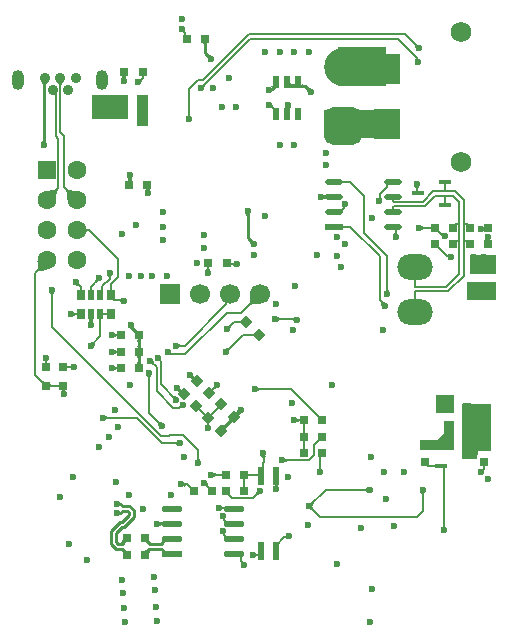
<source format=gbl>
G04*
G04 #@! TF.GenerationSoftware,Altium Limited,Altium Designer,22.0.2 (36)*
G04*
G04 Layer_Physical_Order=4*
G04 Layer_Color=16711680*
%FSLAX25Y25*%
%MOIN*%
G70*
G04*
G04 #@! TF.SameCoordinates,5891F61C-6817-4B1F-B1E3-DF0E04F861FB*
G04*
G04*
G04 #@! TF.FilePolarity,Positive*
G04*
G01*
G75*
%ADD13C,0.01000*%
%ADD18C,0.00500*%
%ADD21R,0.03000X0.03000*%
%ADD22R,0.03000X0.03000*%
%ADD23O,0.05906X0.01968*%
%ADD24R,0.05906X0.01968*%
%ADD49P,0.04243X4X360.0*%
%ADD103O,0.11811X0.08661*%
%ADD104C,0.06299*%
%ADD105R,0.06299X0.06299*%
%ADD106R,0.06693X0.06693*%
%ADD107C,0.06693*%
G04:AMPARAMS|DCode=108|XSize=125.98mil|YSize=125.98mil|CornerRadius=31.5mil|HoleSize=0mil|Usage=FLASHONLY|Rotation=270.000|XOffset=0mil|YOffset=0mil|HoleType=Round|Shape=RoundedRectangle|*
%AMROUNDEDRECTD108*
21,1,0.12598,0.06299,0,0,270.0*
21,1,0.06299,0.12598,0,0,270.0*
1,1,0.06299,-0.03150,-0.03150*
1,1,0.06299,-0.03150,0.03150*
1,1,0.06299,0.03150,0.03150*
1,1,0.06299,0.03150,-0.03150*
%
%ADD108ROUNDEDRECTD108*%
%ADD109C,0.12598*%
%ADD110C,0.06890*%
%ADD111O,0.03937X0.06693*%
%ADD112C,0.03543*%
%ADD113C,0.02362*%
%ADD127R,0.03937X0.01772*%
%ADD128R,0.02362X0.05906*%
%ADD129O,0.07087X0.02165*%
%ADD130R,0.07087X0.02165*%
%ADD131P,0.04243X4X90.0*%
%ADD132R,0.01968X0.03543*%
%ADD133R,0.02559X0.03543*%
%ADD134R,0.08661X0.09843*%
%ADD135R,0.02362X0.04331*%
G36*
X275928Y434264D02*
X275920Y434189D01*
X275922Y434116D01*
X275931Y434044D01*
X275950Y433972D01*
X275977Y433902D01*
X276013Y433833D01*
X276058Y433764D01*
X276111Y433697D01*
X276172Y433630D01*
X275996Y433453D01*
X276246D01*
X276248Y433364D01*
X276254Y433284D01*
X276265Y433214D01*
X276281Y433153D01*
X276300Y433101D01*
X276325Y433059D01*
X276353Y433026D01*
X276386Y433003D01*
X276423Y432989D01*
X276465Y432984D01*
X275526D01*
X275568Y432989D01*
X275605Y433003D01*
X275638Y433026D01*
X275667Y433059D01*
X275691Y433101D01*
X275711Y433153D01*
X275726Y433214D01*
X275737Y433284D01*
X275742Y433346D01*
X275685Y433391D01*
X275616Y433436D01*
X275547Y433472D01*
X275476Y433499D01*
X275405Y433517D01*
X275333Y433527D01*
X275259Y433529D01*
X275185Y433521D01*
X275110Y433505D01*
X275944Y434339D01*
X275928Y434264D01*
D02*
G37*
G36*
X283492Y430010D02*
X283407Y429980D01*
X283332Y429929D01*
X283267Y429858D01*
X283212Y429767D01*
X283167Y429656D01*
X283132Y429524D01*
X283107Y429372D01*
X283092Y429200D01*
X283087Y429008D01*
X282087D01*
X282082Y429200D01*
X282067Y429372D01*
X282042Y429524D01*
X282007Y429656D01*
X281962Y429767D01*
X281907Y429858D01*
X281842Y429929D01*
X281767Y429980D01*
X281682Y430010D01*
X281587Y430020D01*
X283587D01*
X283492Y430010D01*
D02*
G37*
G36*
X352758Y429672D02*
X352836Y429617D01*
X352925Y429569D01*
X353023Y429528D01*
X353131Y429494D01*
X353249Y429466D01*
X353376Y429444D01*
X353514Y429429D01*
X353817Y429420D01*
X352648Y428250D01*
X352646Y428407D01*
X352623Y428691D01*
X352602Y428819D01*
X352574Y428936D01*
X352539Y429044D01*
X352498Y429143D01*
X352450Y429231D01*
X352396Y429310D01*
X352335Y429379D01*
X352688Y429733D01*
X352758Y429672D01*
D02*
G37*
G36*
X283829Y426332D02*
X283916Y426258D01*
X284004Y426193D01*
X284093Y426137D01*
X284182Y426089D01*
X284272Y426051D01*
X284361Y426021D01*
X284452Y426000D01*
X284543Y425988D01*
X284634Y425984D01*
X283465Y424815D01*
X283461Y424906D01*
X283449Y424997D01*
X283428Y425087D01*
X283398Y425177D01*
X283359Y425267D01*
X283312Y425356D01*
X283256Y425444D01*
X283191Y425532D01*
X283117Y425620D01*
X283034Y425707D01*
X283741Y426414D01*
X283829Y426332D01*
D02*
G37*
G36*
X353520Y425027D02*
X353528Y424940D01*
X353536Y424904D01*
X353546Y424874D01*
X353559Y424848D01*
X353573Y424828D01*
X353590Y424814D01*
X353609Y424804D01*
X353630Y424800D01*
X352933Y424633D01*
X352949Y424647D01*
X352963Y424667D01*
X352976Y424695D01*
X352988Y424729D01*
X352997Y424770D01*
X353005Y424818D01*
X353015Y424934D01*
X353018Y425078D01*
X353518D01*
X353520Y425027D01*
D02*
G37*
G36*
X262173Y418979D02*
X262130Y418964D01*
X262093Y418939D01*
X262060Y418904D01*
X262033Y418859D01*
X262011Y418804D01*
X261993Y418739D01*
X261981Y418664D01*
X261973Y418579D01*
X261970Y418484D01*
X261471D01*
X261468Y418579D01*
X261460Y418664D01*
X261448Y418739D01*
X261431Y418804D01*
X261408Y418859D01*
X261381Y418904D01*
X261348Y418939D01*
X261311Y418964D01*
X261268Y418979D01*
X261221Y418984D01*
X262221D01*
X262173Y418979D01*
D02*
G37*
G36*
X256014Y418984D02*
X256512D01*
X256417Y418974D01*
X256332Y418944D01*
X256257Y418894D01*
X256192Y418824D01*
X256137Y418734D01*
X256092Y418624D01*
X256079Y418577D01*
X256094Y418529D01*
X256129Y418439D01*
X256172Y418354D01*
X256221Y418275D01*
X256276Y418202D01*
X256339Y418135D01*
X256016D01*
X256012Y417984D01*
X255012D01*
X255008Y418135D01*
X254685D01*
X254747Y418202D01*
X254803Y418275D01*
X254852Y418354D01*
X254894Y418439D01*
X254930Y418529D01*
X254945Y418577D01*
X254932Y418624D01*
X254887Y418734D01*
X254832Y418824D01*
X254767Y418894D01*
X254692Y418944D01*
X254607Y418974D01*
X254512Y418984D01*
X255010D01*
X255012Y419070D01*
X256012D01*
X256014Y418984D01*
D02*
G37*
G36*
X261730Y418070D02*
X261669Y418001D01*
X261615Y417922D01*
X261567Y417833D01*
X261526Y417735D01*
X261491Y417627D01*
X261463Y417509D01*
X261442Y417382D01*
X261427Y417244D01*
X261417Y416941D01*
X260248Y418110D01*
X260405Y418112D01*
X260689Y418135D01*
X260816Y418156D01*
X260934Y418184D01*
X261042Y418219D01*
X261140Y418260D01*
X261229Y418308D01*
X261308Y418362D01*
X261377Y418423D01*
X261730Y418070D01*
D02*
G37*
G36*
X312414Y414973D02*
X312404Y415025D01*
X312374Y415072D01*
X312324Y415113D01*
X312254Y415149D01*
X312164Y415179D01*
X312054Y415204D01*
X311924Y415223D01*
X311774Y415237D01*
X311724Y415239D01*
X311502Y415223D01*
X311372Y415204D01*
X311262Y415179D01*
X311172Y415149D01*
X311102Y415113D01*
X311052Y415072D01*
X311022Y415025D01*
X311012Y414973D01*
X311000Y416748D01*
X311010Y416653D01*
X311041Y416568D01*
X311092Y416493D01*
X311163Y416428D01*
X311254Y416373D01*
X311366Y416328D01*
X311497Y416293D01*
X311648Y416268D01*
X311713Y416262D01*
X311777Y416268D01*
X311928Y416293D01*
X312060Y416328D01*
X312171Y416373D01*
X312262Y416428D01*
X312333Y416493D01*
X312384Y416568D01*
X312415Y416653D01*
X312426Y416748D01*
X312414Y414973D01*
D02*
G37*
G36*
X342913Y415748D02*
X326772D01*
Y428740D01*
X342913D01*
Y415748D01*
D02*
G37*
G36*
X230213Y417099D02*
X230063Y416975D01*
X229928Y416848D01*
X229809Y416717D01*
X229706Y416582D01*
X229619Y416443D01*
X229548Y416301D01*
X229492Y416154D01*
X229453Y416004D01*
X229429Y415850D01*
X229421Y415693D01*
X228421Y415819D01*
X228415Y415968D01*
X228394Y416119D01*
X228361Y416272D01*
X228314Y416427D01*
X228254Y416584D01*
X228180Y416742D01*
X228093Y416903D01*
X227992Y417066D01*
X227751Y417397D01*
X230213Y417099D01*
D02*
G37*
G36*
X235304Y417049D02*
X234987Y416691D01*
X234858Y416525D01*
X234750Y416365D01*
X234660Y416214D01*
X234591Y416071D01*
X234542Y415935D01*
X234512Y415807D01*
X234502Y415687D01*
X234002D01*
X233992Y415807D01*
X233962Y415935D01*
X233913Y416071D01*
X233843Y416214D01*
X233754Y416365D01*
X233646Y416525D01*
X233517Y416691D01*
X233200Y417049D01*
X233012Y417239D01*
X235492D01*
X235304Y417049D01*
D02*
G37*
G36*
X305868Y415200D02*
X305735Y415065D01*
X305238Y414492D01*
X305173Y414398D01*
X305119Y414312D01*
X305077Y414233D01*
X305046Y414160D01*
X304366Y415667D01*
X304446Y415642D01*
X304527Y415629D01*
X304610Y415628D01*
X304693Y415639D01*
X304777Y415663D01*
X304862Y415698D01*
X304949Y415745D01*
X305036Y415804D01*
X305124Y415876D01*
X305213Y415959D01*
X305868Y415200D01*
D02*
G37*
G36*
X314751Y416580D02*
X314781Y416495D01*
X314832Y416420D01*
X314903Y416355D01*
X314995Y416300D01*
X315106Y416255D01*
X315237Y416220D01*
X315389Y416195D01*
X315560Y416180D01*
X315752Y416175D01*
Y415175D01*
X315562Y415173D01*
X315112Y415143D01*
X315002Y415125D01*
X314912Y415102D01*
X314842Y415076D01*
X314792Y415046D01*
X314762Y415011D01*
X314752Y414973D01*
X314740Y416675D01*
X314751Y416580D01*
D02*
G37*
G36*
X282596Y416101D02*
X282536Y416032D01*
X282481Y415953D01*
X282433Y415865D01*
X282392Y415766D01*
X282358Y415658D01*
X282330Y415541D01*
X282308Y415413D01*
X282293Y415276D01*
X282283Y414972D01*
X281114Y416142D01*
X281271Y416143D01*
X281555Y416166D01*
X281682Y416188D01*
X281800Y416216D01*
X281908Y416251D01*
X282006Y416292D01*
X282095Y416339D01*
X282174Y416394D01*
X282243Y416455D01*
X282596Y416101D01*
D02*
G37*
G36*
X316899Y415308D02*
X316987Y415235D01*
X317075Y415169D01*
X317164Y415113D01*
X317253Y415066D01*
X317342Y415027D01*
X317432Y414997D01*
X317523Y414976D01*
X317614Y414964D01*
X317705Y414961D01*
X316535Y413791D01*
X316532Y413883D01*
X316520Y413973D01*
X316499Y414064D01*
X316469Y414154D01*
X316430Y414243D01*
X316383Y414332D01*
X316327Y414421D01*
X316262Y414509D01*
X316188Y414597D01*
X316105Y414684D01*
X316812Y415391D01*
X316899Y415308D01*
D02*
G37*
G36*
X232753Y413144D02*
X232745Y413130D01*
X232742Y413113D01*
X232743Y413094D01*
X232750Y413073D01*
X232761Y413050D01*
X232777Y413025D01*
X232798Y412997D01*
X232824Y412968D01*
X232854Y412936D01*
X232500Y412582D01*
X232445Y412637D01*
X232264Y412794D01*
X232229Y412817D01*
X232199Y412835D01*
X232173Y412847D01*
X232151Y412852D01*
X232133Y412851D01*
X232765Y413157D01*
X232753Y413144D01*
D02*
G37*
G36*
X310489Y409052D02*
X310496Y408965D01*
X310509Y408888D01*
X310526Y408822D01*
X310549Y408765D01*
X310576Y408719D01*
X310609Y408683D01*
X310646Y408658D01*
X310689Y408642D01*
X310736Y408637D01*
X309736D01*
X309784Y408642D01*
X309826Y408658D01*
X309864Y408683D01*
X309896Y408719D01*
X309924Y408765D01*
X309946Y408822D01*
X309964Y408888D01*
X309976Y408965D01*
X309984Y409052D01*
X309986Y409149D01*
X310486D01*
X310489Y409052D01*
D02*
G37*
G36*
X305132Y409413D02*
X305185Y409120D01*
X305218Y408989D01*
X305255Y408870D01*
X305296Y408761D01*
X305340Y408666D01*
X305378Y408643D01*
X305445Y408614D01*
X305505Y408599D01*
X305557Y408597D01*
X305603Y408610D01*
X305640Y408637D01*
X305472Y408469D01*
X305502Y408434D01*
X305191Y408038D01*
X305119Y408101D01*
X305110Y408107D01*
X304945Y407942D01*
X304972Y407980D01*
X304985Y408025D01*
X304984Y408078D01*
X304969Y408137D01*
X304939Y408205D01*
X304939Y408206D01*
X304852Y408239D01*
X304746Y408267D01*
X304632Y408286D01*
X304509Y408297D01*
X304377Y408299D01*
X304237Y408293D01*
X304088Y408277D01*
X305111Y409576D01*
X305132Y409413D01*
D02*
G37*
G36*
X310953Y408493D02*
X310769Y408276D01*
X310694Y408171D01*
X310630Y408068D01*
X310578Y407967D01*
X310538Y407868D01*
X310509Y407772D01*
X310492Y407678D01*
X310486Y407586D01*
X309986D01*
X309981Y407678D01*
X309963Y407772D01*
X309934Y407868D01*
X309894Y407967D01*
X309842Y408068D01*
X309779Y408171D01*
X309704Y408276D01*
X309617Y408384D01*
X309409Y408605D01*
X311063D01*
X310953Y408493D01*
D02*
G37*
G36*
X277421Y406496D02*
X277438Y406401D01*
X277467Y406305D01*
X277508Y406206D01*
X277559Y406105D01*
X277623Y406002D01*
X277698Y405897D01*
X277784Y405790D01*
X277992Y405568D01*
X276339D01*
X276448Y405680D01*
X276633Y405897D01*
X276708Y406002D01*
X276771Y406105D01*
X276823Y406206D01*
X276863Y406305D01*
X276892Y406401D01*
X276910Y406496D01*
X276915Y406587D01*
X277415D01*
X277421Y406496D01*
D02*
G37*
G36*
X256693Y404724D02*
X244882D01*
Y412598D01*
X256693D01*
Y404724D01*
D02*
G37*
G36*
X263386Y402362D02*
X259842D01*
Y412598D01*
X263386D01*
Y402362D01*
D02*
G37*
G36*
X343307Y398425D02*
X322047D01*
Y407874D01*
X343307D01*
Y398425D01*
D02*
G37*
G36*
X229421Y397737D02*
X229424Y397617D01*
X229445Y397393D01*
X229464Y397288D01*
X229488Y397189D01*
X229517Y397095D01*
X229551Y397006D01*
X229591Y396922D01*
X229636Y396843D01*
X229686Y396770D01*
X228052Y397023D01*
X228123Y397080D01*
X228185Y397143D01*
X228241Y397214D01*
X228289Y397292D01*
X228329Y397377D01*
X228362Y397469D01*
X228388Y397568D01*
X228407Y397675D01*
X228418Y397788D01*
X228421Y397909D01*
X229421Y397737D01*
D02*
G37*
G36*
X258245Y385310D02*
X258189Y385237D01*
X258140Y385158D01*
X258098Y385074D01*
X258062Y384983D01*
X258033Y384887D01*
X258010Y384784D01*
X258007Y384766D01*
X258025Y384655D01*
X258060Y384525D01*
X258105Y384415D01*
X258160Y384325D01*
X258225Y384255D01*
X258300Y384205D01*
X258385Y384175D01*
X258480Y384165D01*
X256480D01*
X256575Y384175D01*
X256660Y384205D01*
X256735Y384255D01*
X256800Y384325D01*
X256855Y384415D01*
X256900Y384525D01*
X256935Y384655D01*
X256954Y384766D01*
X256951Y384784D01*
X256928Y384887D01*
X256899Y384983D01*
X256863Y385074D01*
X256820Y385158D01*
X256771Y385237D01*
X256716Y385310D01*
X256653Y385377D01*
X258307D01*
X258245Y385310D01*
D02*
G37*
G36*
X328391Y384325D02*
X328409Y384284D01*
X328440Y384247D01*
X328483Y384215D01*
X328538Y384189D01*
X328606Y384167D01*
X328686Y384150D01*
X328779Y384138D01*
X328884Y384130D01*
X329001Y384128D01*
Y383628D01*
X328884Y383626D01*
X328686Y383606D01*
X328606Y383589D01*
X328538Y383567D01*
X328483Y383540D01*
X328440Y383509D01*
X328409Y383472D01*
X328391Y383431D01*
X328384Y383385D01*
Y384371D01*
X328391Y384325D01*
D02*
G37*
G36*
X343801Y382899D02*
X343754Y382901D01*
X343711Y382891D01*
X343674Y382869D01*
X343641Y382836D01*
X343614Y382790D01*
X343591Y382733D01*
X343574Y382664D01*
X343561Y382584D01*
X343554Y382491D01*
X343551Y382387D01*
X343051Y382438D01*
X343049Y382548D01*
X343029Y382737D01*
X343012Y382815D01*
X342990Y382883D01*
X342964Y382939D01*
X342932Y382985D01*
X342895Y383020D01*
X342854Y383044D01*
X342808Y383057D01*
X343801Y382899D01*
D02*
G37*
G36*
X362826Y382794D02*
X362784Y382779D01*
X362747Y382753D01*
X362714Y382718D01*
X362686Y382672D01*
X362664Y382615D01*
X362647Y382549D01*
X362634Y382472D01*
X362627Y382385D01*
X362624Y382288D01*
X362124D01*
X362122Y382385D01*
X362114Y382472D01*
X362102Y382549D01*
X362084Y382615D01*
X362062Y382672D01*
X362034Y382718D01*
X362001Y382753D01*
X361964Y382779D01*
X361922Y382794D01*
X361874Y382800D01*
X362874D01*
X362826Y382794D01*
D02*
G37*
G36*
X353867Y382115D02*
X353682Y381898D01*
X353607Y381793D01*
X353544Y381690D01*
X353492Y381589D01*
X353451Y381490D01*
X353423Y381394D01*
X353405Y381300D01*
X353401Y381233D01*
X353402Y381198D01*
X353410Y381111D01*
X353422Y381034D01*
X353440Y380967D01*
X353462Y380911D01*
X353490Y380865D01*
X353522Y380829D01*
X353560Y380804D01*
X353602Y380788D01*
X353650Y380783D01*
X352650D01*
X352697Y380788D01*
X352740Y380804D01*
X352777Y380829D01*
X352810Y380865D01*
X352837Y380911D01*
X352860Y380967D01*
X352877Y381034D01*
X352890Y381111D01*
X352897Y381198D01*
X352898Y381233D01*
X352894Y381300D01*
X352876Y381394D01*
X352848Y381490D01*
X352807Y381589D01*
X352755Y381690D01*
X352692Y381793D01*
X352617Y381898D01*
X352531Y382006D01*
X352323Y382227D01*
X353976D01*
X353867Y382115D01*
D02*
G37*
G36*
X263889Y381580D02*
X263899Y381466D01*
X263915Y381358D01*
X263938Y381255D01*
X263955Y381201D01*
X264386D01*
X264291Y381191D01*
X264206Y381161D01*
X264131Y381110D01*
X264066Y381039D01*
X264040Y380996D01*
X264046Y380983D01*
X264095Y380905D01*
X264151Y380832D01*
X264213Y380765D01*
X263947D01*
X263931Y380705D01*
X263906Y380554D01*
X263891Y380381D01*
X263886Y380189D01*
X262886D01*
X262881Y380381D01*
X262866Y380554D01*
X262841Y380705D01*
X262825Y380765D01*
X262559D01*
X262621Y380832D01*
X262677Y380905D01*
X262726Y380983D01*
X262732Y380996D01*
X262706Y381039D01*
X262641Y381110D01*
X262566Y381161D01*
X262481Y381191D01*
X262386Y381201D01*
X262817D01*
X262834Y381255D01*
X262856Y381358D01*
X262873Y381466D01*
X262883Y381580D01*
X262886Y381700D01*
X263886D01*
X263889Y381580D01*
D02*
G37*
G36*
X323243Y377962D02*
X323135Y378028D01*
X323020Y378087D01*
X322898Y378139D01*
X322768Y378184D01*
X322631Y378222D01*
X322569Y378236D01*
X322530Y378223D01*
X322441Y378185D01*
X322359Y378140D01*
X322283Y378088D01*
X322213Y378030D01*
X322150Y377964D01*
X322131Y378295D01*
X322007Y378306D01*
X321833Y378309D01*
X321741Y379309D01*
X321896Y379314D01*
X322049Y379328D01*
X322070Y379332D01*
X322054Y379615D01*
X322124Y379557D01*
X322199Y379505D01*
X322281Y379459D01*
X322367Y379419D01*
X322411Y379403D01*
X322504Y379430D01*
X322654Y379484D01*
X322803Y379547D01*
X322951Y379619D01*
X323097Y379702D01*
X323243Y379794D01*
Y377962D01*
D02*
G37*
G36*
X341148Y379287D02*
X341152Y379212D01*
X341165Y379128D01*
X341187Y379035D01*
X341218Y378932D01*
X341306Y378699D01*
X341364Y378569D01*
X341589Y378123D01*
X340008Y378608D01*
X340130Y378676D01*
X340238Y378747D01*
X340334Y378822D01*
X340417Y378901D01*
X340488Y378983D01*
X340545Y379068D01*
X340590Y379157D01*
X340622Y379250D01*
X340641Y379345D01*
X340648Y379445D01*
X341148Y379287D01*
D02*
G37*
G36*
X236528Y381334D02*
X236714Y381231D01*
X236942Y381140D01*
X237213Y381063D01*
X237527Y380998D01*
X237883Y380946D01*
X238722Y380881D01*
X239732Y380866D01*
X236614Y377748D01*
X236613Y378274D01*
X236534Y379597D01*
X236482Y379954D01*
X236417Y380267D01*
X236340Y380538D01*
X236249Y380767D01*
X236146Y380953D01*
X236031Y381096D01*
X236384Y381450D01*
X236528Y381334D01*
D02*
G37*
G36*
X233497Y381096D02*
X233381Y380953D01*
X233278Y380767D01*
X233188Y380538D01*
X233110Y380267D01*
X233046Y379954D01*
X232994Y379597D01*
X232928Y378758D01*
X232913Y377748D01*
X229795Y380866D01*
X230321Y380867D01*
X231645Y380946D01*
X232001Y380998D01*
X232314Y381063D01*
X232585Y381140D01*
X232814Y381231D01*
X233000Y381334D01*
X233143Y381450D01*
X233497Y381096D01*
D02*
G37*
G36*
X345700Y377894D02*
X345664Y377880D01*
X345631Y377856D01*
X345603Y377822D01*
X345580Y377779D01*
X345560Y377727D01*
X345545Y377664D01*
X345534Y377593D01*
X345528Y377512D01*
X345526Y377421D01*
X345026D01*
X345023Y377512D01*
X345017Y377593D01*
X345006Y377664D01*
X344991Y377727D01*
X344972Y377779D01*
X344948Y377822D01*
X344920Y377856D01*
X344887Y377880D01*
X344851Y377894D01*
X344810Y377899D01*
X345741D01*
X345700Y377894D01*
D02*
G37*
G36*
X362627Y377458D02*
X362634Y377371D01*
X362647Y377294D01*
X362664Y377227D01*
X362686Y377171D01*
X362714Y377125D01*
X362747Y377089D01*
X362784Y377063D01*
X362826Y377048D01*
X362874Y377043D01*
X361874D01*
X361922Y377048D01*
X361964Y377063D01*
X362001Y377089D01*
X362034Y377125D01*
X362062Y377171D01*
X362084Y377227D01*
X362102Y377294D01*
X362114Y377371D01*
X362122Y377458D01*
X362124Y377555D01*
X362624D01*
X362627Y377458D01*
D02*
G37*
G36*
X345528Y375244D02*
X345534Y375163D01*
X345545Y375091D01*
X345560Y375029D01*
X345580Y374977D01*
X345603Y374934D01*
X345631Y374900D01*
X345664Y374876D01*
X345700Y374862D01*
X345741Y374857D01*
X344810D01*
X344851Y374862D01*
X344887Y374876D01*
X344920Y374900D01*
X344948Y374934D01*
X344972Y374977D01*
X344991Y375029D01*
X345006Y375091D01*
X345017Y375163D01*
X345023Y375244D01*
X345026Y375335D01*
X345526D01*
X345528Y375244D01*
D02*
G37*
G36*
X328749Y374730D02*
X328668Y374646D01*
X328543Y374493D01*
X328499Y374425D01*
X328467Y374361D01*
X328447Y374304D01*
X328439Y374251D01*
X328443Y374204D01*
X328460Y374162D01*
X328489Y374126D01*
X327781Y374813D01*
X327818Y374785D01*
X327861Y374769D01*
X327909Y374766D01*
X327962Y374774D01*
X328021Y374795D01*
X328085Y374828D01*
X328154Y374873D01*
X328228Y374930D01*
X328308Y374999D01*
X328392Y375080D01*
X328749Y374730D01*
D02*
G37*
G36*
X297615Y373105D02*
X297559Y373032D01*
X297511Y372954D01*
X297468Y372869D01*
X297432Y372778D01*
X297403Y372682D01*
X297380Y372580D01*
X297363Y372471D01*
X297354Y372357D01*
X297350Y372237D01*
X296350D01*
X296347Y372357D01*
X296337Y372471D01*
X296321Y372580D01*
X296298Y372682D01*
X296269Y372778D01*
X296233Y372869D01*
X296190Y372954D01*
X296141Y373032D01*
X296086Y373105D01*
X296024Y373172D01*
X297677D01*
X297615Y373105D01*
D02*
G37*
G36*
X369022Y370414D02*
X369028Y370322D01*
X369040Y370236D01*
X369055Y370156D01*
X369075Y370081D01*
X369099Y370012D01*
X369127Y369948D01*
X369160Y369890D01*
X369176Y369869D01*
X369272Y369875D01*
X369308Y369881D01*
X369338Y369888D01*
X369361Y369897D01*
X369377Y369907D01*
X369387Y369918D01*
X369390Y369930D01*
Y369299D01*
X369387Y369311D01*
X369377Y369323D01*
X369361Y369333D01*
X369338Y369341D01*
X369308Y369348D01*
X369272Y369354D01*
X369230Y369359D01*
X369125Y369364D01*
X369063Y369365D01*
Y369835D01*
X368770Y369907D01*
X368520D01*
X369020Y370511D01*
X369022Y370414D01*
D02*
G37*
G36*
X366652Y369918D02*
X366662Y369907D01*
X366679Y369897D01*
X366702Y369888D01*
X366731Y369881D01*
X366767Y369875D01*
X366810Y369870D01*
X366915Y369865D01*
X366977Y369865D01*
Y369365D01*
X366915Y369364D01*
X366767Y369354D01*
X366731Y369348D01*
X366702Y369341D01*
X366679Y369333D01*
X366662Y369323D01*
X366652Y369311D01*
X366649Y369299D01*
Y369930D01*
X366652Y369918D01*
D02*
G37*
G36*
X328524Y369331D02*
X328540Y369288D01*
X328565Y369250D01*
X328601Y369218D01*
X328647Y369191D01*
X328704Y369168D01*
X328770Y369150D01*
X328847Y369138D01*
X328934Y369130D01*
X329031Y369128D01*
Y368628D01*
X328934Y368625D01*
X328847Y368618D01*
X328770Y368605D01*
X328704Y368588D01*
X328647Y368566D01*
X328601Y368538D01*
X328565Y368506D01*
X328540Y368468D01*
X328524Y368425D01*
X328519Y368378D01*
Y369378D01*
X328524Y369331D01*
D02*
G37*
G36*
X357579Y368004D02*
X357574Y368051D01*
X357559Y368094D01*
X357533Y368131D01*
X357497Y368164D01*
X357451Y368191D01*
X357395Y368214D01*
X357328Y368231D01*
X357251Y368244D01*
X357164Y368251D01*
X357067Y368254D01*
Y368754D01*
X357164Y368756D01*
X357251Y368764D01*
X357328Y368776D01*
X357395Y368794D01*
X357451Y368816D01*
X357497Y368844D01*
X357533Y368876D01*
X357559Y368914D01*
X357574Y368956D01*
X357579Y369004D01*
Y368004D01*
D02*
G37*
G36*
X354892Y369221D02*
X355110Y369037D01*
X355215Y368962D01*
X355318Y368898D01*
X355419Y368846D01*
X355518Y368806D01*
X355614Y368777D01*
X355708Y368760D01*
X355800Y368754D01*
Y368254D01*
X355708Y368248D01*
X355614Y368231D01*
X355518Y368202D01*
X355419Y368162D01*
X355318Y368110D01*
X355215Y368046D01*
X355110Y367971D01*
X355002Y367885D01*
X354781Y367677D01*
Y369331D01*
X354892Y369221D01*
D02*
G37*
G36*
X346515Y367894D02*
X346473Y367878D01*
X346435Y367853D01*
X346403Y367817D01*
X346375Y367771D01*
X346353Y367714D01*
X346336Y367648D01*
X346323Y367571D01*
X346316Y367484D01*
X346313Y367387D01*
X345813D01*
X345811Y367484D01*
X345803Y367571D01*
X345791Y367648D01*
X345773Y367714D01*
X345750Y367771D01*
X345723Y367817D01*
X345690Y367853D01*
X345653Y367878D01*
X345610Y367894D01*
X345563Y367899D01*
X346563D01*
X346515Y367894D01*
D02*
G37*
G36*
X375365Y368827D02*
X375582Y368643D01*
X375687Y368568D01*
X375791Y368504D01*
X375891Y368453D01*
X375990Y368412D01*
X376086Y368383D01*
X376181Y368366D01*
X376272Y368360D01*
Y367860D01*
X376181Y367854D01*
X376086Y367837D01*
X375990Y367808D01*
X375891Y367768D01*
X375791Y367716D01*
X375687Y367653D01*
X375582Y367578D01*
X375475Y367491D01*
X375253Y367284D01*
Y367839D01*
X375181Y367850D01*
X375094Y367858D01*
X374996Y367860D01*
Y368360D01*
X375094Y368363D01*
X375181Y368370D01*
X375253Y368382D01*
Y368937D01*
X375365Y368827D01*
D02*
G37*
G36*
X242822Y368508D02*
X242879Y368394D01*
X242945Y368294D01*
X243022Y368207D01*
X243109Y368134D01*
X243207Y368074D01*
X243315Y368027D01*
X243433Y367993D01*
X243562Y367973D01*
X243701Y367967D01*
Y367466D01*
X243562Y367460D01*
X243433Y367440D01*
X243315Y367406D01*
X243207Y367359D01*
X243109Y367299D01*
X243022Y367226D01*
X242945Y367139D01*
X242879Y367039D01*
X242822Y366925D01*
X242776Y366798D01*
Y368635D01*
X242822Y368508D01*
D02*
G37*
G36*
X360515Y367684D02*
X360501Y367638D01*
Y367585D01*
X360515Y367525D01*
X360543Y367458D01*
X360586Y367384D01*
X360642Y367302D01*
X360713Y367214D01*
X360897Y367016D01*
X360543Y366662D01*
X360441Y366761D01*
X360257Y366917D01*
X360175Y366973D01*
X360101Y367016D01*
X360034Y367044D01*
X359974Y367058D01*
X359921D01*
X359875Y367044D01*
X359836Y367016D01*
X360543Y367723D01*
X360515Y367684D01*
D02*
G37*
G36*
X346319Y367125D02*
X346336Y367031D01*
X346365Y366935D01*
X346405Y366836D01*
X346457Y366735D01*
X346521Y366632D01*
X346596Y366527D01*
X346682Y366420D01*
X346890Y366198D01*
X345236D01*
X345346Y366310D01*
X345530Y366527D01*
X345605Y366632D01*
X345669Y366735D01*
X345721Y366836D01*
X345761Y366935D01*
X345790Y367031D01*
X345807Y367125D01*
X345813Y367217D01*
X346313D01*
X346319Y367125D01*
D02*
G37*
G36*
X361124Y366798D02*
X361205Y366744D01*
X361291Y366704D01*
X361381Y366676D01*
X361476Y366663D01*
X361575Y366663D01*
X361679Y366677D01*
X361788Y366705D01*
X361901Y366745D01*
X362019Y366800D01*
X361482Y365256D01*
X361404Y365423D01*
X361031Y366100D01*
X360961Y366203D01*
X360824Y366377D01*
X360758Y366448D01*
X361047Y366865D01*
X361124Y366798D01*
D02*
G37*
G36*
X369390Y363787D02*
X369387Y363800D01*
X369377Y363811D01*
X369361Y363821D01*
X369338Y363829D01*
X369308Y363836D01*
X369272Y363842D01*
X369230Y363847D01*
X369125Y363852D01*
X369063Y363853D01*
Y364353D01*
X369125Y364353D01*
X369272Y364363D01*
X369308Y364369D01*
X369338Y364376D01*
X369361Y364385D01*
X369377Y364395D01*
X369387Y364406D01*
X369390Y364418D01*
Y363787D01*
D02*
G37*
G36*
X366652Y364406D02*
X366662Y364395D01*
X366679Y364385D01*
X366702Y364376D01*
X366731Y364369D01*
X366767Y364363D01*
X366810Y364359D01*
X366915Y364353D01*
X366977Y364353D01*
Y363853D01*
X366915Y363852D01*
X366767Y363842D01*
X366731Y363836D01*
X366702Y363829D01*
X366679Y363821D01*
X366662Y363811D01*
X366652Y363800D01*
X366649Y363787D01*
Y364418D01*
X366652Y364406D01*
D02*
G37*
G36*
X377024Y364883D02*
X377032Y364796D01*
X377044Y364719D01*
X377062Y364652D01*
X377084Y364596D01*
X377112Y364550D01*
X377144Y364514D01*
X377182Y364489D01*
X377207Y364479D01*
X377598D01*
X377489Y364367D01*
X377304Y364150D01*
X377229Y364045D01*
X377166Y363942D01*
X377114Y363841D01*
X377074Y363742D01*
X377045Y363646D01*
X377027Y363552D01*
X377022Y363460D01*
X376522D01*
X376516Y363552D01*
X376499Y363646D01*
X376470Y363742D01*
X376429Y363841D01*
X376378Y363942D01*
X376314Y364045D01*
X376239Y364150D01*
X376152Y364258D01*
X375945Y364479D01*
X376336D01*
X376362Y364489D01*
X376399Y364514D01*
X376432Y364550D01*
X376459Y364596D01*
X376482Y364652D01*
X376499Y364719D01*
X376512Y364796D01*
X376519Y364883D01*
X376522Y364980D01*
X377022D01*
X377024Y364883D01*
D02*
G37*
G36*
X298002Y364521D02*
X298090Y364447D01*
X298178Y364382D01*
X298266Y364326D01*
X298355Y364278D01*
X298445Y364240D01*
X298535Y364210D01*
X298625Y364189D01*
X298716Y364177D01*
X298807Y364173D01*
X297638Y363004D01*
X297634Y363095D01*
X297622Y363186D01*
X297601Y363276D01*
X297571Y363366D01*
X297533Y363456D01*
X297485Y363545D01*
X297429Y363633D01*
X297364Y363721D01*
X297290Y363809D01*
X297208Y363896D01*
X297915Y364603D01*
X298002Y364521D01*
D02*
G37*
G36*
X360515Y362172D02*
X360501Y362126D01*
Y362073D01*
X360515Y362013D01*
X360543Y361946D01*
X360586Y361872D01*
X360642Y361790D01*
X360713Y361702D01*
X360897Y361504D01*
X360543Y361151D01*
X360441Y361250D01*
X360257Y361405D01*
X360175Y361462D01*
X360101Y361504D01*
X360034Y361532D01*
X359974Y361547D01*
X359921D01*
X359875Y361532D01*
X359836Y361504D01*
X360543Y362211D01*
X360515Y362172D01*
D02*
G37*
G36*
X363393Y358529D02*
X363385Y358575D01*
X363370Y358615D01*
X363349Y358651D01*
X363322Y358682D01*
X363289Y358708D01*
X363249Y358730D01*
X363204Y358746D01*
X363152Y358758D01*
X363094Y358765D01*
X363030Y358768D01*
Y359268D01*
X363125Y359269D01*
X363297Y359284D01*
X363372Y359296D01*
X363441Y359312D01*
X363503Y359331D01*
X363558Y359354D01*
X363607Y359381D01*
X363648Y359411D01*
X363683Y359444D01*
X363393Y358529D01*
D02*
G37*
G36*
X292464Y355472D02*
X292352Y355582D01*
X292134Y355767D01*
X292029Y355842D01*
X291926Y355905D01*
X291825Y355957D01*
X291727Y355997D01*
X291630Y356026D01*
X291536Y356043D01*
X291530Y356044D01*
X291477Y356039D01*
X291400Y356027D01*
X291334Y356009D01*
X291277Y355987D01*
X291231Y355959D01*
X291195Y355927D01*
X291170Y355889D01*
X291154Y355847D01*
X291149Y355799D01*
Y356799D01*
X291154Y356752D01*
X291170Y356709D01*
X291195Y356672D01*
X291231Y356639D01*
X291277Y356612D01*
X291334Y356589D01*
X291400Y356572D01*
X291477Y356559D01*
X291530Y356555D01*
X291536Y356555D01*
X291630Y356572D01*
X291727Y356601D01*
X291825Y356642D01*
X291926Y356693D01*
X292029Y356757D01*
X292134Y356832D01*
X292242Y356918D01*
X292464Y357126D01*
Y355472D01*
D02*
G37*
G36*
X283720Y355283D02*
X283733Y355217D01*
X283965D01*
X283917Y355212D01*
X283875Y355196D01*
X283837Y355171D01*
X283805Y355135D01*
X283777Y355089D01*
X283773Y355078D01*
X283807Y354994D01*
X283859Y354893D01*
X283922Y354790D01*
X283997Y354685D01*
X284084Y354577D01*
X284291Y354356D01*
X282638D01*
X282747Y354468D01*
X282932Y354685D01*
X283007Y354790D01*
X283070Y354893D01*
X283122Y354994D01*
X283156Y355078D01*
X283152Y355089D01*
X283125Y355135D01*
X283092Y355171D01*
X283055Y355196D01*
X283012Y355212D01*
X282965Y355217D01*
X283197D01*
X283209Y355283D01*
X283215Y355375D01*
X283715D01*
X283720Y355283D01*
D02*
G37*
G36*
X230116Y354587D02*
X229557Y354519D01*
X227803Y354214D01*
X227485Y354128D01*
X227215Y354039D01*
X226993Y353947D01*
X226820Y353851D01*
X226694Y353751D01*
X226297Y354061D01*
X226424Y354216D01*
X226530Y354409D01*
X226615Y354640D01*
X226680Y354908D01*
X226725Y355213D01*
X226749Y355556D01*
X226753Y355936D01*
X226699Y356809D01*
X226642Y357302D01*
X230116Y354587D01*
D02*
G37*
G36*
X379583Y353150D02*
X370866D01*
Y359449D01*
X379583D01*
Y353150D01*
D02*
G37*
G36*
X251505Y352588D02*
X251320Y352371D01*
X251245Y352265D01*
X251182Y352162D01*
X251130Y352061D01*
X251089Y351963D01*
X251061Y351866D01*
X251043Y351772D01*
X251037Y351680D01*
X250537D01*
X250532Y351772D01*
X250514Y351866D01*
X250485Y351963D01*
X250445Y352061D01*
X250393Y352162D01*
X250330Y352265D01*
X250255Y352371D01*
X250168Y352478D01*
X249961Y352700D01*
X251614D01*
X251505Y352588D01*
D02*
G37*
G36*
X352815Y351187D02*
X352772Y351171D01*
X352735Y351146D01*
X352702Y351110D01*
X352675Y351064D01*
X352652Y351007D01*
X352635Y350941D01*
X352622Y350864D01*
X352615Y350777D01*
X352612Y350680D01*
X352112D01*
X352110Y350777D01*
X352102Y350864D01*
X352090Y350941D01*
X352072Y351007D01*
X352050Y351064D01*
X352022Y351110D01*
X351990Y351146D01*
X351952Y351171D01*
X351910Y351187D01*
X351862Y351192D01*
X352862D01*
X352815Y351187D01*
D02*
G37*
G36*
X247232Y350394D02*
X247076Y350392D01*
X246792Y350369D01*
X246664Y350347D01*
X246546Y350320D01*
X246438Y350285D01*
X246340Y350244D01*
X246252Y350196D01*
X246173Y350142D01*
X246104Y350081D01*
X245750Y350434D01*
X245811Y350503D01*
X245865Y350582D01*
X245913Y350671D01*
X245954Y350769D01*
X245989Y350877D01*
X246017Y350995D01*
X246038Y351122D01*
X246053Y351259D01*
X246063Y351563D01*
X247232Y350394D01*
D02*
G37*
G36*
X240553Y350225D02*
X240576Y349941D01*
X240597Y349814D01*
X240625Y349696D01*
X240660Y349588D01*
X240701Y349490D01*
X240749Y349401D01*
X240803Y349322D01*
X240864Y349253D01*
X240511Y348900D01*
X240442Y348960D01*
X240363Y349015D01*
X240274Y349063D01*
X240176Y349104D01*
X240068Y349138D01*
X239950Y349166D01*
X239823Y349188D01*
X239686Y349203D01*
X239382Y349213D01*
X240551Y350382D01*
X240553Y350225D01*
D02*
G37*
G36*
X251355Y348228D02*
X251362Y348143D01*
X251375Y348068D01*
X251392Y348003D01*
X251415Y347948D01*
X251442Y347903D01*
X251475Y347868D01*
X251512Y347843D01*
X251555Y347828D01*
X251602Y347823D01*
X250602D01*
X250650Y347828D01*
X250692Y347843D01*
X250730Y347868D01*
X250762Y347903D01*
X250790Y347948D01*
X250812Y348003D01*
X250830Y348068D01*
X250842Y348143D01*
X250850Y348228D01*
X250852Y348323D01*
X251352D01*
X251355Y348228D01*
D02*
G37*
G36*
X248575D02*
X248597Y347843D01*
X248603Y347828D01*
X248610Y347823D01*
X247824D01*
X247872Y347828D01*
X247914Y347843D01*
X247952Y347868D01*
X247984Y347903D01*
X248012Y347948D01*
X248034Y348003D01*
X248052Y348068D01*
X248064Y348143D01*
X248072Y348228D01*
X248074Y348323D01*
X248574D01*
X248575Y348228D01*
D02*
G37*
G36*
X244741D02*
X244748Y348143D01*
X244761Y348068D01*
X244778Y348003D01*
X244801Y347948D01*
X244828Y347903D01*
X244861Y347868D01*
X244898Y347843D01*
X244941Y347828D01*
X244988Y347823D01*
X243988D01*
X244036Y347828D01*
X244078Y347843D01*
X244116Y347868D01*
X244148Y347903D01*
X244176Y347948D01*
X244198Y348003D01*
X244216Y348068D01*
X244228Y348143D01*
X244236Y348228D01*
X244238Y348323D01*
X244738D01*
X244741Y348228D01*
D02*
G37*
G36*
X241276D02*
X241284Y348143D01*
X241296Y348068D01*
X241314Y348003D01*
X241336Y347948D01*
X241364Y347903D01*
X241396Y347868D01*
X241434Y347843D01*
X241476Y347828D01*
X241524Y347823D01*
X240524D01*
X240571Y347828D01*
X240614Y347843D01*
X240651Y347868D01*
X240684Y347903D01*
X240711Y347948D01*
X240734Y348003D01*
X240751Y348068D01*
X240764Y348143D01*
X240771Y348228D01*
X240774Y348323D01*
X241274D01*
X241276Y348228D01*
D02*
G37*
G36*
X343563Y348228D02*
X343580Y348134D01*
X343609Y348037D01*
X343649Y347939D01*
X343701Y347838D01*
X343765Y347735D01*
X343840Y347629D01*
X343926Y347522D01*
X344134Y347300D01*
X342480D01*
X342590Y347412D01*
X342775Y347629D01*
X342849Y347735D01*
X342913Y347838D01*
X342965Y347939D01*
X343005Y348037D01*
X343034Y348134D01*
X343051Y348228D01*
X343057Y348320D01*
X343557D01*
X343563Y348228D01*
D02*
G37*
G36*
X232213Y346682D02*
X232029Y346465D01*
X231954Y346360D01*
X231890Y346257D01*
X231838Y346156D01*
X231798Y346057D01*
X231769Y345961D01*
X231752Y345867D01*
X231746Y345775D01*
X231246D01*
X231240Y345867D01*
X231223Y345961D01*
X231194Y346057D01*
X231154Y346156D01*
X231102Y346257D01*
X231038Y346360D01*
X230963Y346465D01*
X230877Y346573D01*
X230669Y346794D01*
X232323D01*
X232213Y346682D01*
D02*
G37*
G36*
X352615Y345247D02*
X352622Y345160D01*
X352635Y345083D01*
X352652Y345016D01*
X352675Y344960D01*
X352702Y344914D01*
X352735Y344878D01*
X352772Y344852D01*
X352815Y344837D01*
X352862Y344832D01*
X351862D01*
X351910Y344837D01*
X351952Y344852D01*
X351990Y344878D01*
X352022Y344914D01*
X352050Y344960D01*
X352072Y345016D01*
X352090Y345083D01*
X352102Y345160D01*
X352110Y345247D01*
X352112Y345344D01*
X352612D01*
X352615Y345247D01*
D02*
G37*
G36*
X379583Y344488D02*
X369685D01*
Y350394D01*
X379583D01*
Y344488D01*
D02*
G37*
G36*
X252364Y344994D02*
X252380Y344951D01*
X252406Y344914D01*
X252442Y344881D01*
X252488Y344854D01*
X252544Y344831D01*
X252610Y344814D01*
X252687Y344801D01*
X252773Y344794D01*
X252870Y344791D01*
Y344291D01*
X252370Y344303D01*
X252358Y345041D01*
X252364Y344994D01*
D02*
G37*
G36*
X254418Y343648D02*
X254363Y343770D01*
X254303Y343880D01*
X254238Y343976D01*
X254168Y344060D01*
X254092Y344131D01*
X254012Y344188D01*
X253926Y344233D01*
X253835Y344266D01*
X253740Y344285D01*
X253639Y344291D01*
X253850Y344791D01*
X253915Y344795D01*
X253992Y344807D01*
X254081Y344826D01*
X254296Y344888D01*
X254559Y344981D01*
X255044Y345179D01*
X254418Y343648D01*
D02*
G37*
G36*
X341448Y343953D02*
X341527Y343899D01*
X341616Y343851D01*
X341714Y343810D01*
X341822Y343775D01*
X341940Y343747D01*
X342067Y343725D01*
X342204Y343711D01*
X342508Y343701D01*
X341339Y342531D01*
X341337Y342688D01*
X341314Y342972D01*
X341292Y343100D01*
X341264Y343217D01*
X341230Y343325D01*
X341189Y343424D01*
X341141Y343512D01*
X341087Y343591D01*
X341026Y343660D01*
X341379Y344014D01*
X341448Y343953D01*
D02*
G37*
G36*
X300911Y343110D02*
X300348Y343110D01*
X298934Y343027D01*
X298554Y342973D01*
X298220Y342905D01*
X297932Y342824D01*
X297690Y342729D01*
X297493Y342622D01*
X297342Y342500D01*
X296989Y342854D01*
X297110Y343005D01*
X297218Y343201D01*
X297312Y343444D01*
X297393Y343732D01*
X297461Y344066D01*
X297515Y344446D01*
X297584Y345343D01*
X297599Y346423D01*
X300911Y343110D01*
D02*
G37*
G36*
X238751Y340481D02*
X238968Y340296D01*
X239073Y340221D01*
X239176Y340158D01*
X239277Y340106D01*
X239376Y340066D01*
X239472Y340037D01*
X239495Y340033D01*
X239517Y340036D01*
X239584Y340054D01*
X239640Y340076D01*
X239686Y340104D01*
X239722Y340136D01*
X239748Y340174D01*
X239763Y340216D01*
X239768Y340264D01*
Y339264D01*
X239763Y339311D01*
X239748Y339354D01*
X239722Y339391D01*
X239686Y339424D01*
X239640Y339451D01*
X239584Y339474D01*
X239517Y339491D01*
X239495Y339495D01*
X239472Y339491D01*
X239376Y339462D01*
X239277Y339422D01*
X239176Y339370D01*
X239073Y339306D01*
X238968Y339231D01*
X238860Y339145D01*
X238639Y338937D01*
Y340591D01*
X238751Y340481D01*
D02*
G37*
G36*
X249847Y339264D02*
X249842Y339311D01*
X249826Y339354D01*
X249801Y339391D01*
X249765Y339424D01*
X249719Y339451D01*
X249662Y339474D01*
X249596Y339491D01*
X249519Y339504D01*
X249432Y339511D01*
X249335Y339514D01*
Y340014D01*
X249432Y340016D01*
X249519Y340024D01*
X249596Y340036D01*
X249662Y340054D01*
X249719Y340076D01*
X249765Y340104D01*
X249801Y340136D01*
X249826Y340174D01*
X249842Y340216D01*
X249847Y340264D01*
Y339264D01*
D02*
G37*
G36*
X248603Y340216D02*
X248619Y340174D01*
X248644Y340136D01*
X248680Y340104D01*
X248726Y340076D01*
X248782Y340054D01*
X248849Y340036D01*
X248926Y340024D01*
X249013Y340016D01*
X249110Y340014D01*
Y339514D01*
X249013Y339511D01*
X248926Y339504D01*
X248849Y339491D01*
X248782Y339474D01*
X248726Y339451D01*
X248680Y339424D01*
X248644Y339391D01*
X248619Y339354D01*
X248603Y339311D01*
X248598Y339264D01*
Y340264D01*
X248603Y340216D01*
D02*
G37*
G36*
X248090Y338011D02*
X248048Y337996D01*
X248010Y337970D01*
X247978Y337934D01*
X247950Y337888D01*
X247928Y337832D01*
X247910Y337765D01*
X247898Y337688D01*
X247890Y337601D01*
X247888Y337504D01*
X247388D01*
X247385Y337601D01*
X247378Y337688D01*
X247365Y337765D01*
X247348Y337832D01*
X247325Y337888D01*
X247298Y337934D01*
X247265Y337970D01*
X247228Y337996D01*
X247185Y338011D01*
X247138Y338016D01*
X248138D01*
X248090Y338011D01*
D02*
G37*
G36*
X306962Y338745D02*
X307050Y338640D01*
X307139Y338547D01*
X307230Y338466D01*
X307321Y338398D01*
X307413Y338342D01*
X307507Y338298D01*
X307602Y338267D01*
X307697Y338248D01*
X307794Y338242D01*
X307708Y337742D01*
X307623Y337737D01*
X307533Y337722D01*
X307437Y337696D01*
X307335Y337661D01*
X307227Y337615D01*
X307113Y337559D01*
X306868Y337416D01*
X306737Y337330D01*
X306599Y337233D01*
X306875Y338864D01*
X306962Y338745D01*
D02*
G37*
G36*
X312288Y337121D02*
X312201Y337239D01*
X312113Y337344D01*
X312024Y337438D01*
X311934Y337518D01*
X311842Y337587D01*
X311750Y337643D01*
X311656Y337686D01*
X311562Y337717D01*
X311466Y337736D01*
X311369Y337742D01*
X311456Y338242D01*
X311540Y338247D01*
X311631Y338263D01*
X311727Y338288D01*
X311829Y338324D01*
X311936Y338369D01*
X312050Y338425D01*
X312295Y338568D01*
X312427Y338654D01*
X312564Y338751D01*
X312288Y337121D01*
D02*
G37*
G36*
X245371Y337994D02*
X245290Y337964D01*
X245220Y337914D01*
X245158Y337844D01*
X245106Y337754D01*
X245064Y337644D01*
X245041Y337554D01*
X245070Y337458D01*
X245106Y337367D01*
X245148Y337283D01*
X245197Y337204D01*
X245253Y337131D01*
X245315Y337064D01*
X244990D01*
X244988Y337004D01*
X243988D01*
X243987Y337064D01*
X243661D01*
X243724Y337131D01*
X243779Y337204D01*
X243828Y337283D01*
X243871Y337367D01*
X243906Y337458D01*
X243936Y337554D01*
X243913Y337644D01*
X243870Y337754D01*
X243818Y337844D01*
X243757Y337914D01*
X243686Y337964D01*
X243606Y337994D01*
X243516Y338004D01*
X245460D01*
X245371Y337994D01*
D02*
G37*
G36*
X294666Y336711D02*
X294659Y336757D01*
X294636Y336798D01*
X294598Y336834D01*
X294545Y336865D01*
X294477Y336892D01*
X294393Y336914D01*
X294295Y336931D01*
X294181Y336943D01*
X293908Y336952D01*
Y337453D01*
X294052Y337455D01*
X294295Y337474D01*
X294393Y337491D01*
X294477Y337513D01*
X294545Y337539D01*
X294598Y337571D01*
X294636Y337607D01*
X294659Y337648D01*
X294666Y337694D01*
Y336711D01*
D02*
G37*
G36*
X291258Y335786D02*
X291197Y335717D01*
X291143Y335638D01*
X291095Y335550D01*
X291054Y335452D01*
X291019Y335344D01*
X290991Y335226D01*
X290970Y335098D01*
X290955Y334961D01*
X290945Y334658D01*
X289776Y335827D01*
X289932Y335828D01*
X290216Y335852D01*
X290344Y335873D01*
X290462Y335901D01*
X290570Y335935D01*
X290668Y335977D01*
X290756Y336024D01*
X290835Y336079D01*
X290904Y336140D01*
X291258Y335786D01*
D02*
G37*
G36*
X258827Y335544D02*
X258809Y335468D01*
X258804Y335390D01*
X258812Y335311D01*
X258832Y335230D01*
X258865Y335147D01*
X258911Y335062D01*
X258969Y334976D01*
X259041Y334888D01*
X259100Y334825D01*
X259258Y334673D01*
X259627Y334360D01*
X259790Y334245D01*
X259938Y334159D01*
X260072Y334101D01*
X260192Y334072D01*
X260298Y334071D01*
X260389Y334098D01*
X260466Y334153D01*
X259063Y332751D01*
X259119Y332828D01*
X259146Y332919D01*
X259145Y333024D01*
X259115Y333144D01*
X259057Y333278D01*
X258971Y333427D01*
X258857Y333590D01*
X258714Y333767D01*
X258344Y334165D01*
X258439Y334260D01*
X258333Y334176D01*
X258180Y334328D01*
X257365Y335045D01*
X257314Y335072D01*
X258858Y335619D01*
X258827Y335544D01*
D02*
G37*
G36*
X298992Y332385D02*
X298985Y332431D01*
X298962Y332472D01*
X298924Y332508D01*
X298871Y332539D01*
X298803Y332566D01*
X298719Y332588D01*
X298621Y332605D01*
X298507Y332617D01*
X298234Y332626D01*
Y333126D01*
X298378Y333129D01*
X298621Y333148D01*
X298719Y333165D01*
X298803Y333187D01*
X298871Y333213D01*
X298924Y333245D01*
X298962Y333281D01*
X298985Y333322D01*
X298992Y333368D01*
Y332385D01*
D02*
G37*
G36*
X252530Y333394D02*
X252748Y333210D01*
X252853Y333135D01*
X252926Y333090D01*
X252940Y333130D01*
X252945Y333177D01*
Y333078D01*
X252956Y333071D01*
X253057Y333019D01*
X253155Y332979D01*
X253252Y332950D01*
X253346Y332933D01*
X253438Y332927D01*
Y332427D01*
X253346Y332421D01*
X253252Y332404D01*
X253155Y332375D01*
X253057Y332335D01*
X252956Y332283D01*
X252945Y332277D01*
Y332177D01*
X252940Y332225D01*
X252926Y332264D01*
X252853Y332220D01*
X252748Y332144D01*
X252640Y332058D01*
X252418Y331850D01*
Y333504D01*
X252530Y333394D01*
D02*
G37*
G36*
X261444Y331179D02*
X261359Y331149D01*
X261284Y331099D01*
X261219Y331029D01*
X261164Y330939D01*
X261119Y330829D01*
X261084Y330699D01*
X261059Y330549D01*
X261044Y330379D01*
X261039Y330189D01*
X260039D01*
X260034Y330379D01*
X260019Y330549D01*
X259994Y330699D01*
X259959Y330829D01*
X259914Y330939D01*
X259859Y331029D01*
X259794Y331099D01*
X259719Y331149D01*
X259634Y331179D01*
X259539Y331189D01*
X261539D01*
X261444Y331179D01*
D02*
G37*
G36*
X245982Y330274D02*
X245921Y330205D01*
X245867Y330127D01*
X245819Y330038D01*
X245778Y329940D01*
X245743Y329832D01*
X245715Y329714D01*
X245694Y329587D01*
X245679Y329449D01*
X245669Y329146D01*
X244500Y330315D01*
X244657Y330317D01*
X244941Y330340D01*
X245068Y330361D01*
X245186Y330389D01*
X245294Y330424D01*
X245392Y330465D01*
X245481Y330513D01*
X245560Y330567D01*
X245629Y330628D01*
X245982Y330274D01*
D02*
G37*
G36*
X261044Y329461D02*
X261059Y329289D01*
X261084Y329137D01*
X261119Y329006D01*
X261164Y328894D01*
X261219Y328803D01*
X261284Y328732D01*
X261359Y328682D01*
X261444Y328651D01*
X261539Y328641D01*
X259539D01*
X259634Y328651D01*
X259719Y328682D01*
X259794Y328732D01*
X259859Y328803D01*
X259914Y328894D01*
X259959Y329006D01*
X259994Y329137D01*
X260019Y329289D01*
X260034Y329461D01*
X260039Y329653D01*
X261039D01*
X261044Y329461D01*
D02*
G37*
G36*
X273859Y329937D02*
X274076Y329752D01*
X274181Y329677D01*
X274284Y329614D01*
X274385Y329562D01*
X274484Y329521D01*
X274580Y329493D01*
X274674Y329475D01*
X274766Y329470D01*
Y328970D01*
X274674Y328964D01*
X274580Y328946D01*
X274484Y328918D01*
X274385Y328877D01*
X274284Y328825D01*
X274181Y328762D01*
X274076Y328687D01*
X273968Y328601D01*
X273747Y328393D01*
Y330046D01*
X273859Y329937D01*
D02*
G37*
G36*
X290864Y328306D02*
X290803Y328237D01*
X290749Y328158D01*
X290701Y328069D01*
X290660Y327971D01*
X290625Y327863D01*
X290597Y327745D01*
X290576Y327618D01*
X290561Y327481D01*
X290551Y327177D01*
X289382Y328346D01*
X289539Y328348D01*
X289823Y328371D01*
X289950Y328393D01*
X290068Y328421D01*
X290176Y328455D01*
X290274Y328496D01*
X290363Y328544D01*
X290442Y328598D01*
X290511Y328660D01*
X290864Y328306D01*
D02*
G37*
G36*
X252530Y327883D02*
X252748Y327698D01*
X252853Y327623D01*
X252926Y327578D01*
X252940Y327618D01*
X252945Y327665D01*
Y327566D01*
X252956Y327559D01*
X253057Y327508D01*
X253155Y327467D01*
X253252Y327438D01*
X253346Y327421D01*
X253438Y327415D01*
Y326915D01*
X253346Y326910D01*
X253252Y326892D01*
X253155Y326863D01*
X253057Y326823D01*
X252956Y326771D01*
X252945Y326765D01*
Y326665D01*
X252940Y326713D01*
X252926Y326753D01*
X252853Y326708D01*
X252748Y326633D01*
X252640Y326546D01*
X252418Y326339D01*
Y327992D01*
X252530Y327883D01*
D02*
G37*
G36*
X271226Y326872D02*
X271232Y326853D01*
X271243Y326830D01*
X271259Y326803D01*
X271282Y326772D01*
X271344Y326697D01*
X271429Y326606D01*
X271480Y326555D01*
X271126Y326201D01*
X271093Y326233D01*
X271034Y326283D01*
X271008Y326301D01*
X270984Y326314D01*
X270963Y326324D01*
X270943Y326328D01*
X270926Y326328D01*
X270911Y326324D01*
X270899Y326315D01*
X271226Y326886D01*
X271226Y326872D01*
D02*
G37*
G36*
X261444Y325667D02*
X261359Y325637D01*
X261284Y325587D01*
X261219Y325517D01*
X261164Y325427D01*
X261119Y325317D01*
X261084Y325187D01*
X261059Y325037D01*
X261044Y324867D01*
X261039Y324677D01*
X260039D01*
X260034Y324867D01*
X260019Y325037D01*
X259994Y325187D01*
X259959Y325317D01*
X259914Y325427D01*
X259859Y325517D01*
X259794Y325587D01*
X259719Y325637D01*
X259634Y325667D01*
X259539Y325677D01*
X261539D01*
X261444Y325667D01*
D02*
G37*
G36*
X267880Y324490D02*
X267870Y324460D01*
X267867Y324427D01*
X267870Y324392D01*
X267880Y324356D01*
X267896Y324319D01*
X267918Y324279D01*
X267948Y324238D01*
X267983Y324195D01*
X268026Y324150D01*
X267672Y323796D01*
X267615Y323852D01*
X267507Y323943D01*
X267457Y323979D01*
X267410Y324008D01*
X267366Y324030D01*
X267324Y324045D01*
X267285Y324054D01*
X267249Y324056D01*
X267215Y324051D01*
X267897Y324519D01*
X267880Y324490D01*
D02*
G37*
G36*
X230245Y324241D02*
X230060Y324024D01*
X229985Y323919D01*
X229922Y323816D01*
X229870Y323715D01*
X229830Y323616D01*
X229824Y323600D01*
X229840Y323561D01*
X229868Y323515D01*
X229900Y323479D01*
X229938Y323453D01*
X229980Y323438D01*
X230028Y323433D01*
X229785D01*
X229783Y323426D01*
X229778Y323334D01*
X229278D01*
X229272Y323426D01*
X229271Y323433D01*
X229028D01*
X229075Y323438D01*
X229118Y323453D01*
X229155Y323479D01*
X229188Y323515D01*
X229215Y323561D01*
X229231Y323600D01*
X229226Y323616D01*
X229185Y323715D01*
X229133Y323816D01*
X229070Y323919D01*
X228995Y324024D01*
X228908Y324132D01*
X228701Y324353D01*
X230354D01*
X230245Y324241D01*
D02*
G37*
G36*
X261044Y323949D02*
X261059Y323777D01*
X261084Y323625D01*
X261119Y323494D01*
X261164Y323382D01*
X261219Y323291D01*
X261284Y323221D01*
X261359Y323170D01*
X261444Y323140D01*
X261539Y323130D01*
X259539D01*
X259634Y323140D01*
X259719Y323170D01*
X259794Y323221D01*
X259859Y323291D01*
X259914Y323382D01*
X259959Y323494D01*
X259994Y323625D01*
X260019Y323777D01*
X260034Y323949D01*
X260039Y324142D01*
X261039D01*
X261044Y323949D01*
D02*
G37*
G36*
X265454Y323965D02*
X265477Y323681D01*
X265499Y323554D01*
X265527Y323436D01*
X265562Y323328D01*
X265603Y323230D01*
X265651Y323141D01*
X265705Y323062D01*
X265766Y322993D01*
X265412Y322640D01*
X265343Y322701D01*
X265264Y322755D01*
X265176Y322803D01*
X265077Y322844D01*
X264969Y322879D01*
X264852Y322907D01*
X264724Y322928D01*
X264587Y322943D01*
X264283Y322953D01*
X265453Y324122D01*
X265454Y323965D01*
D02*
G37*
G36*
X236532Y322500D02*
X236547Y322457D01*
X236572Y322420D01*
X236607Y322387D01*
X236652Y322360D01*
X236707Y322337D01*
X236772Y322320D01*
X236847Y322307D01*
X236932Y322300D01*
X237027Y322297D01*
Y321797D01*
X236932Y321795D01*
X236847Y321787D01*
X236772Y321775D01*
X236707Y321757D01*
X236652Y321735D01*
X236607Y321707D01*
X236572Y321675D01*
X236547Y321637D01*
X236532Y321595D01*
X236527Y321547D01*
Y322547D01*
X236532Y322500D01*
D02*
G37*
G36*
X238133Y321220D02*
X238021Y321330D01*
X237804Y321515D01*
X237698Y321590D01*
X237595Y321653D01*
X237494Y321705D01*
X237396Y321745D01*
X237299Y321774D01*
X237205Y321792D01*
X237113Y321797D01*
Y322297D01*
X237205Y322303D01*
X237299Y322320D01*
X237396Y322349D01*
X237494Y322390D01*
X237595Y322441D01*
X237698Y322505D01*
X237804Y322580D01*
X237911Y322666D01*
X238133Y322874D01*
Y321220D01*
D02*
G37*
G36*
X252530Y322371D02*
X252748Y322186D01*
X252853Y322111D01*
X252926Y322066D01*
X252940Y322106D01*
X252945Y322153D01*
Y322054D01*
X252956Y322048D01*
X253057Y321996D01*
X253155Y321955D01*
X253252Y321927D01*
X253346Y321909D01*
X253438Y321903D01*
Y321404D01*
X253346Y321398D01*
X253252Y321380D01*
X253155Y321352D01*
X253057Y321311D01*
X252956Y321259D01*
X252945Y321253D01*
Y321153D01*
X252940Y321201D01*
X252926Y321241D01*
X252853Y321196D01*
X252748Y321121D01*
X252640Y321034D01*
X252418Y320827D01*
Y322480D01*
X252530Y322371D01*
D02*
G37*
G36*
X278742Y319123D02*
X278765Y318839D01*
X278786Y318711D01*
X278792Y318686D01*
X278800Y318690D01*
X278837Y318720D01*
X278795Y318677D01*
X278814Y318594D01*
X278849Y318485D01*
X278890Y318387D01*
X278938Y318299D01*
X278992Y318220D01*
X279053Y318151D01*
X278700Y317797D01*
X278630Y317858D01*
X278552Y317913D01*
X278463Y317960D01*
X278365Y318002D01*
X278257Y318036D01*
X278173Y318056D01*
X278130Y318013D01*
X278160Y318050D01*
X278164Y318058D01*
X278139Y318064D01*
X278012Y318086D01*
X277874Y318100D01*
X277571Y318110D01*
X277978Y318517D01*
X277945Y318552D01*
X278299Y318905D01*
X278333Y318873D01*
X278740Y319280D01*
X278742Y319123D01*
D02*
G37*
G36*
X264435Y319105D02*
X264250Y318888D01*
X264176Y318782D01*
X264112Y318679D01*
X264060Y318578D01*
X264020Y318480D01*
X263991Y318383D01*
X263974Y318289D01*
X263968Y318197D01*
X263468D01*
X263462Y318289D01*
X263445Y318383D01*
X263416Y318480D01*
X263376Y318578D01*
X263324Y318679D01*
X263260Y318782D01*
X263185Y318888D01*
X263099Y318995D01*
X262891Y319217D01*
X264545D01*
X264435Y319105D01*
D02*
G37*
G36*
X228142Y317581D02*
X228326Y317426D01*
X228407Y317369D01*
X228482Y317327D01*
X228549Y317298D01*
X228609Y317284D01*
X228662D01*
X228708Y317298D01*
X228747Y317327D01*
X228040Y316619D01*
X228068Y316658D01*
X228082Y316704D01*
Y316757D01*
X228068Y316817D01*
X228040Y316885D01*
X227997Y316959D01*
X227941Y317040D01*
X227870Y317129D01*
X227686Y317327D01*
X228040Y317680D01*
X228142Y317581D01*
D02*
G37*
G36*
X233563Y315339D02*
X233558Y315386D01*
X233543Y315429D01*
X233517Y315466D01*
X233481Y315499D01*
X233435Y315526D01*
X233379Y315549D01*
X233313Y315566D01*
X233236Y315579D01*
X233149Y315586D01*
X233051Y315589D01*
Y316089D01*
X233149Y316091D01*
X233236Y316099D01*
X233313Y316111D01*
X233379Y316129D01*
X233435Y316151D01*
X233481Y316179D01*
X233517Y316211D01*
X233543Y316249D01*
X233558Y316291D01*
X233563Y316339D01*
Y315339D01*
D02*
G37*
G36*
X231009Y316291D02*
X231024Y316249D01*
X231050Y316211D01*
X231085Y316179D01*
X231132Y316151D01*
X231188Y316129D01*
X231254Y316111D01*
X231331Y316099D01*
X231418Y316091D01*
X231516Y316089D01*
Y315589D01*
X231418Y315586D01*
X231331Y315579D01*
X231254Y315566D01*
X231188Y315549D01*
X231132Y315526D01*
X231085Y315499D01*
X231050Y315466D01*
X231024Y315429D01*
X231009Y315386D01*
X231004Y315339D01*
Y316339D01*
X231009Y316291D01*
D02*
G37*
G36*
X286602Y314961D02*
X286446Y314959D01*
X286162Y314936D01*
X286034Y314914D01*
X285916Y314886D01*
X285808Y314852D01*
X285710Y314811D01*
X285622Y314763D01*
X285543Y314709D01*
X285482Y314655D01*
X285433Y314603D01*
X285377Y314537D01*
X285331Y314474D01*
X285297Y314414D01*
X285273Y314358D01*
X285260Y314306D01*
X285257Y314258D01*
X285266Y314213D01*
X285285Y314172D01*
X285315Y314135D01*
X284608Y314842D01*
X284645Y314812D01*
X284686Y314793D01*
X284730Y314785D01*
X284779Y314787D01*
X284831Y314800D01*
X284887Y314824D01*
X284946Y314859D01*
X285009Y314904D01*
X285076Y314961D01*
X285127Y315009D01*
X285181Y315070D01*
X285235Y315149D01*
X285283Y315238D01*
X285324Y315336D01*
X285359Y315444D01*
X285387Y315562D01*
X285408Y315689D01*
X285423Y315826D01*
X285433Y316130D01*
X286602Y314961D01*
D02*
G37*
G36*
X274411Y314792D02*
X274434Y314508D01*
X274456Y314381D01*
X274462Y314356D01*
X274469Y314359D01*
X274507Y314389D01*
X274464Y314346D01*
X274484Y314263D01*
X274518Y314155D01*
X274559Y314056D01*
X274607Y313968D01*
X274661Y313889D01*
X274723Y313820D01*
X274369Y313467D01*
X274300Y313527D01*
X274221Y313582D01*
X274132Y313630D01*
X274034Y313671D01*
X273926Y313705D01*
X273843Y313725D01*
X273800Y313682D01*
X273830Y313720D01*
X273833Y313727D01*
X273808Y313733D01*
X273681Y313755D01*
X273544Y313770D01*
X273240Y313780D01*
X273647Y314187D01*
X273614Y314221D01*
X273968Y314575D01*
X274002Y314542D01*
X274409Y314949D01*
X274411Y314792D01*
D02*
G37*
G36*
X235689Y314763D02*
X235706Y314669D01*
X235735Y314573D01*
X235775Y314474D01*
X235827Y314373D01*
X235834Y314363D01*
X235933D01*
X235886Y314357D01*
X235846Y314343D01*
X235891Y314270D01*
X235966Y314165D01*
X236052Y314057D01*
X236260Y313836D01*
X234606D01*
X234716Y313948D01*
X234900Y314165D01*
X234975Y314270D01*
X235020Y314343D01*
X234981Y314357D01*
X234933Y314363D01*
X235032D01*
X235039Y314373D01*
X235091Y314474D01*
X235131Y314573D01*
X235160Y314669D01*
X235177Y314763D01*
X235183Y314855D01*
X235683D01*
X235689Y314763D01*
D02*
G37*
G36*
X300164Y315378D02*
X300381Y315194D01*
X300486Y315119D01*
X300589Y315055D01*
X300690Y315004D01*
X300789Y314963D01*
X300885Y314934D01*
X300979Y314917D01*
X301071Y314911D01*
Y314411D01*
X300979Y314406D01*
X300885Y314388D01*
X300789Y314359D01*
X300690Y314319D01*
X300589Y314267D01*
X300486Y314204D01*
X300381Y314129D01*
X300273Y314042D01*
X300052Y313835D01*
Y315488D01*
X300164Y315378D01*
D02*
G37*
G36*
X271906Y312544D02*
X271985Y312490D01*
X272074Y312442D01*
X272172Y312401D01*
X272280Y312366D01*
X272397Y312338D01*
X272525Y312317D01*
X272662Y312302D01*
X272966Y312292D01*
X271796Y311123D01*
X271795Y311279D01*
X271772Y311563D01*
X271750Y311691D01*
X271722Y311809D01*
X271688Y311917D01*
X271646Y312015D01*
X271599Y312104D01*
X271544Y312182D01*
X271483Y312251D01*
X271837Y312605D01*
X271906Y312544D01*
D02*
G37*
G36*
X274495Y308364D02*
X274472Y308378D01*
X274447Y308385D01*
X274420Y308387D01*
X274392Y308383D01*
X274361Y308372D01*
X274328Y308357D01*
X274293Y308335D01*
X274256Y308307D01*
X274217Y308274D01*
X274176Y308235D01*
X273822Y308588D01*
X273875Y308642D01*
X273961Y308741D01*
X273995Y308786D01*
X274022Y308827D01*
X274043Y308866D01*
X274058Y308901D01*
X274067Y308933D01*
X274069Y308962D01*
X274066Y308988D01*
X274495Y308364D01*
D02*
G37*
G36*
X287229Y308175D02*
X287191Y308205D01*
X287151Y308224D01*
X287106Y308233D01*
X287058Y308230D01*
X287005Y308217D01*
X286950Y308193D01*
X286890Y308158D01*
X286827Y308113D01*
X286760Y308057D01*
X286690Y307990D01*
X286336Y308343D01*
X286403Y308414D01*
X286459Y308481D01*
X286505Y308544D01*
X286540Y308603D01*
X286564Y308659D01*
X286577Y308711D01*
X286579Y308759D01*
X286571Y308804D01*
X286551Y308845D01*
X286522Y308882D01*
X287229Y308175D01*
D02*
G37*
G36*
X280870Y308352D02*
X280851Y308312D01*
X280842Y308267D01*
X280845Y308219D01*
X280858Y308167D01*
X280882Y308111D01*
X280917Y308051D01*
X280962Y307988D01*
X281018Y307921D01*
X281085Y307851D01*
X280732Y307497D01*
X280661Y307564D01*
X280594Y307621D01*
X280531Y307666D01*
X280472Y307701D01*
X280416Y307725D01*
X280364Y307738D01*
X280316Y307740D01*
X280271Y307732D01*
X280230Y307713D01*
X280193Y307683D01*
X280900Y308390D01*
X280870Y308352D01*
D02*
G37*
G36*
X294476Y306693D02*
X294385Y306690D01*
X294294Y306677D01*
X294204Y306656D01*
X294114Y306626D01*
X294024Y306588D01*
X293935Y306540D01*
X293870Y306499D01*
X293837Y306452D01*
X293770Y306335D01*
X293724Y306225D01*
X293699Y306123D01*
X293695Y306028D01*
X293713Y305939D01*
X293752Y305858D01*
X293812Y305784D01*
X292398Y307198D01*
X292472Y307138D01*
X292553Y307099D01*
X292642Y307081D01*
X292737Y307085D01*
X292840Y307109D01*
X292949Y307155D01*
X293066Y307223D01*
X293113Y307256D01*
X293155Y307321D01*
X293202Y307410D01*
X293240Y307500D01*
X293270Y307590D01*
X293291Y307680D01*
X293304Y307771D01*
X293307Y307862D01*
X294476Y306693D01*
D02*
G37*
G36*
X365354Y306693D02*
X359449D01*
Y312598D01*
X365354D01*
Y306693D01*
D02*
G37*
G36*
X285047Y306347D02*
X284982Y306278D01*
X284927Y306213D01*
X284883Y306151D01*
X284849Y306093D01*
X284826Y306038D01*
X284814Y305986D01*
X284812Y305939D01*
X284821Y305894D01*
X284840Y305854D01*
X284870Y305817D01*
X284163Y306524D01*
X284200Y306494D01*
X284241Y306474D01*
X284285Y306466D01*
X284333Y306467D01*
X284384Y306480D01*
X284439Y306503D01*
X284497Y306536D01*
X284559Y306580D01*
X284625Y306635D01*
X284694Y306701D01*
X285047Y306347D01*
D02*
G37*
G36*
X282306Y306634D02*
X282373Y306577D01*
X282436Y306532D01*
X282496Y306497D01*
X282551Y306473D01*
X282603Y306460D01*
X282652Y306458D01*
X282696Y306466D01*
X282737Y306485D01*
X282774Y306515D01*
X282067Y305808D01*
X282097Y305845D01*
X282117Y305886D01*
X282125Y305931D01*
X282122Y305979D01*
X282109Y306031D01*
X282085Y306087D01*
X282051Y306147D01*
X282005Y306210D01*
X281949Y306276D01*
X281882Y306347D01*
X282236Y306701D01*
X282306Y306634D01*
D02*
G37*
G36*
X320178Y306073D02*
X320361Y305918D01*
X320443Y305861D01*
X320517Y305819D01*
X320584Y305790D01*
X320644Y305776D01*
X320697D01*
X320743Y305790D01*
X320782Y305819D01*
X320075Y305112D01*
X320103Y305151D01*
X320117Y305196D01*
Y305250D01*
X320103Y305310D01*
X320075Y305377D01*
X320033Y305451D01*
X319976Y305532D01*
X319905Y305621D01*
X319722Y305819D01*
X320075Y306172D01*
X320178Y306073D01*
D02*
G37*
G36*
X249381Y305835D02*
X249598Y305651D01*
X249703Y305576D01*
X249806Y305512D01*
X249907Y305460D01*
X250006Y305420D01*
X250102Y305391D01*
X250196Y305374D01*
X250288Y305368D01*
Y304868D01*
X250196Y304862D01*
X250102Y304845D01*
X250006Y304816D01*
X249907Y304776D01*
X249806Y304724D01*
X249703Y304661D01*
X249598Y304586D01*
X249490Y304499D01*
X249269Y304291D01*
Y305945D01*
X249381Y305835D01*
D02*
G37*
G36*
X313160Y305048D02*
X313377Y304863D01*
X313483Y304788D01*
X313586Y304725D01*
X313687Y304673D01*
X313785Y304633D01*
X313802Y304628D01*
X313841Y304643D01*
X313887Y304671D01*
X313923Y304703D01*
X313948Y304741D01*
X313964Y304783D01*
X313969Y304831D01*
Y304588D01*
X313976Y304587D01*
X314068Y304581D01*
Y304081D01*
X313976Y304075D01*
X313969Y304074D01*
Y303831D01*
X313964Y303878D01*
X313948Y303921D01*
X313923Y303958D01*
X313887Y303991D01*
X313841Y304018D01*
X313802Y304034D01*
X313785Y304029D01*
X313687Y303988D01*
X313586Y303937D01*
X313483Y303873D01*
X313377Y303798D01*
X313270Y303712D01*
X313048Y303504D01*
Y305157D01*
X313160Y305048D01*
D02*
G37*
G36*
X291844Y303559D02*
X291770Y303619D01*
X291688Y303658D01*
X291600Y303675D01*
X291504Y303671D01*
X291400Y303646D01*
X291290Y303599D01*
X291172Y303531D01*
X291047Y303441D01*
X290915Y303330D01*
X290775Y303197D01*
X290068Y303904D01*
X290200Y304044D01*
X290312Y304176D01*
X290401Y304301D01*
X290470Y304419D01*
X290516Y304530D01*
X290542Y304633D01*
X290546Y304729D01*
X290529Y304818D01*
X290490Y304899D01*
X290430Y304974D01*
X291844Y303559D01*
D02*
G37*
G36*
X289840Y302262D02*
X289709Y302124D01*
X289599Y301993D01*
X289511Y301869D01*
X289444Y301753D01*
X289398Y301643D01*
X289373Y301540D01*
X289369Y301445D01*
X289387Y301357D01*
X289426Y301275D01*
X289486Y301201D01*
X288072Y302615D01*
X288146Y302555D01*
X288227Y302516D01*
X288316Y302499D01*
X288411Y302502D01*
X288514Y302527D01*
X288623Y302573D01*
X288740Y302640D01*
X288864Y302728D01*
X288995Y302838D01*
X289132Y302969D01*
X289840Y302262D01*
D02*
G37*
G36*
X283910Y303515D02*
X283869Y303492D01*
X283833Y303454D01*
X283802Y303401D01*
X283775Y303333D01*
X283753Y303249D01*
X283748Y303218D01*
X283767Y303155D01*
X283807Y303057D01*
X283859Y302956D01*
X283922Y302853D01*
X283997Y302748D01*
X284084Y302640D01*
X284291Y302418D01*
X282638D01*
X282747Y302530D01*
X282932Y302748D01*
X283007Y302853D01*
X283070Y302956D01*
X283122Y303057D01*
X283163Y303155D01*
X283181Y303218D01*
X283176Y303249D01*
X283154Y303333D01*
X283128Y303401D01*
X283096Y303454D01*
X283060Y303492D01*
X283019Y303515D01*
X282973Y303522D01*
X283956D01*
X283910Y303515D01*
D02*
G37*
G36*
X315897Y302850D02*
X315855Y302834D01*
X315817Y302809D01*
X315785Y302773D01*
X315757Y302727D01*
X315735Y302670D01*
X315717Y302604D01*
X315705Y302527D01*
X315697Y302440D01*
X315695Y302343D01*
X315195D01*
X315192Y302440D01*
X315185Y302527D01*
X315172Y302604D01*
X315155Y302670D01*
X315132Y302727D01*
X315105Y302773D01*
X315072Y302809D01*
X315035Y302834D01*
X314992Y302850D01*
X314945Y302855D01*
X315945D01*
X315897Y302850D01*
D02*
G37*
G36*
X267027Y303807D02*
X267107Y303753D01*
X267196Y303707D01*
X267294Y303670D01*
X267400Y303641D01*
X267515Y303620D01*
X267639Y303608D01*
X267771Y303605D01*
X267912Y303610D01*
X268062Y303624D01*
X267023Y302337D01*
X267005Y302500D01*
X266955Y302793D01*
X266923Y302923D01*
X266887Y303042D01*
X266847Y303151D01*
X266802Y303249D01*
X266752Y303336D01*
X266699Y303413D01*
X266641Y303478D01*
X266955Y303871D01*
X267027Y303807D01*
D02*
G37*
G36*
X315697Y300710D02*
X315705Y300623D01*
X315717Y300546D01*
X315735Y300479D01*
X315757Y300423D01*
X315785Y300377D01*
X315817Y300341D01*
X315855Y300315D01*
X315897Y300300D01*
X315945Y300295D01*
X314945D01*
X314992Y300300D01*
X315035Y300315D01*
X315072Y300341D01*
X315105Y300377D01*
X315132Y300423D01*
X315155Y300479D01*
X315172Y300546D01*
X315185Y300623D01*
X315192Y300710D01*
X315195Y300807D01*
X315695D01*
X315697Y300710D01*
D02*
G37*
G36*
X320782Y297331D02*
X320743Y297359D01*
X320697Y297373D01*
X320644D01*
X320584Y297359D01*
X320517Y297331D01*
X320443Y297288D01*
X320361Y297232D01*
X320273Y297161D01*
X320075Y296977D01*
X319722Y297331D01*
X319820Y297433D01*
X319976Y297617D01*
X320033Y297699D01*
X320075Y297773D01*
X320103Y297840D01*
X320117Y297900D01*
Y297953D01*
X320103Y297999D01*
X320075Y298038D01*
X320782Y297331D01*
D02*
G37*
G36*
X315897Y297326D02*
X315855Y297311D01*
X315817Y297286D01*
X315785Y297251D01*
X315757Y297206D01*
X315735Y297151D01*
X315717Y297086D01*
X315705Y297011D01*
X315697Y296926D01*
X315695Y296831D01*
X315195D01*
X315192Y296926D01*
X315185Y297011D01*
X315172Y297086D01*
X315155Y297151D01*
X315132Y297206D01*
X315105Y297251D01*
X315072Y297286D01*
X315035Y297311D01*
X314992Y297326D01*
X314945Y297331D01*
X315945D01*
X315897Y297326D01*
D02*
G37*
G36*
X273333Y295863D02*
X273220Y295973D01*
X273003Y296158D01*
X272898Y296233D01*
X272795Y296296D01*
X272694Y296348D01*
X272595Y296388D01*
X272499Y296417D01*
X272405Y296434D01*
X272313Y296440D01*
Y296940D01*
X272405Y296946D01*
X272499Y296963D01*
X272595Y296992D01*
X272694Y297032D01*
X272795Y297084D01*
X272898Y297148D01*
X273003Y297223D01*
X273111Y297309D01*
X273333Y297517D01*
Y295863D01*
D02*
G37*
G36*
X315697Y295198D02*
X315705Y295111D01*
X315717Y295034D01*
X315735Y294967D01*
X315757Y294911D01*
X315785Y294865D01*
X315817Y294829D01*
X315855Y294804D01*
X315897Y294788D01*
X315945Y294783D01*
X314945D01*
X314992Y294788D01*
X315035Y294804D01*
X315072Y294829D01*
X315105Y294865D01*
X315132Y294911D01*
X315155Y294967D01*
X315172Y295034D01*
X315185Y295111D01*
X315192Y295198D01*
X315195Y295295D01*
X315695D01*
X315697Y295198D01*
D02*
G37*
G36*
X365354Y294488D02*
X354331D01*
Y297638D01*
X359842D01*
X362205Y300000D01*
Y303937D01*
X365354D01*
Y294488D01*
D02*
G37*
G36*
X302714Y292373D02*
X302533Y292149D01*
X302460Y292041D01*
X302397Y291935D01*
X302346Y291833D01*
X302307Y291734D01*
X302278Y291637D01*
X302261Y291544D01*
X302256Y291453D01*
X301756Y291437D01*
X301750Y291530D01*
X301732Y291624D01*
X301703Y291720D01*
X301662Y291818D01*
X301609Y291917D01*
X301544Y292018D01*
X301468Y292121D01*
X301380Y292225D01*
X301280Y292331D01*
X301169Y292438D01*
X302822Y292490D01*
X302714Y292373D01*
D02*
G37*
G36*
X377953Y294094D02*
X373622D01*
Y292748D01*
X373091D01*
Y291595D01*
X372835Y291339D01*
X368110D01*
Y309842D01*
X377953D01*
Y294094D01*
D02*
G37*
G36*
X321319Y291814D02*
X321276Y291799D01*
X321239Y291774D01*
X321206Y291739D01*
X321179Y291694D01*
X321156Y291639D01*
X321139Y291574D01*
X321126Y291499D01*
X321119Y291414D01*
X321116Y291319D01*
X320616D01*
X320614Y291414D01*
X320606Y291499D01*
X320594Y291574D01*
X320576Y291639D01*
X320554Y291694D01*
X320526Y291739D01*
X320494Y291774D01*
X320456Y291799D01*
X320414Y291814D01*
X320366Y291819D01*
X321366D01*
X321319Y291814D01*
D02*
G37*
G36*
X280571Y291929D02*
X280588Y291834D01*
X280617Y291738D01*
X280657Y291639D01*
X280709Y291539D01*
X280773Y291435D01*
X280848Y291330D01*
X280934Y291223D01*
X281142Y291001D01*
X279488D01*
X279598Y291113D01*
X279782Y291330D01*
X279857Y291435D01*
X279921Y291539D01*
X279973Y291639D01*
X280013Y291738D01*
X280042Y291834D01*
X280059Y291929D01*
X280065Y292021D01*
X280565D01*
X280571Y291929D01*
D02*
G37*
G36*
X309223Y291662D02*
X309440Y291477D01*
X309546Y291403D01*
X309649Y291339D01*
X309750Y291287D01*
X309848Y291247D01*
X309945Y291218D01*
X310039Y291201D01*
X310131Y291195D01*
Y290695D01*
X310039Y290689D01*
X309945Y290672D01*
X309848Y290643D01*
X309750Y290603D01*
X309649Y290551D01*
X309546Y290487D01*
X309440Y290412D01*
X309333Y290326D01*
X309111Y290118D01*
Y291772D01*
X309223Y291662D01*
D02*
G37*
G36*
X357399Y289626D02*
X357414Y289583D01*
X357438Y289546D01*
X357473Y289513D01*
X357519Y289486D01*
X357574Y289463D01*
X357639Y289446D01*
X357714Y289433D01*
X357799Y289426D01*
X357893Y289423D01*
Y288923D01*
X357799Y288922D01*
X357639Y288909D01*
X357574Y288897D01*
X357519Y288882D01*
X357473Y288864D01*
X357438Y288843D01*
X357414Y288819D01*
X357399Y288791D01*
X357394Y288760D01*
Y289673D01*
X357399Y289626D01*
D02*
G37*
G36*
X359292Y288673D02*
X359286Y288721D01*
X359272Y288763D01*
X359246Y288801D01*
X359211Y288833D01*
X359167Y288861D01*
X359111Y288883D01*
X359047Y288901D01*
X358972Y288913D01*
X358887Y288921D01*
X358791Y288923D01*
Y289423D01*
X358887Y289426D01*
X358972Y289433D01*
X359047Y289446D01*
X359111Y289463D01*
X359167Y289486D01*
X359211Y289513D01*
X359246Y289546D01*
X359272Y289583D01*
X359286Y289626D01*
X359292Y289673D01*
Y288673D01*
D02*
G37*
G36*
X302212Y288669D02*
X301474Y288657D01*
X301522Y288663D01*
X301564Y288679D01*
X301602Y288705D01*
X301634Y288741D01*
X301662Y288787D01*
X301684Y288843D01*
X301702Y288910D01*
X301714Y288986D01*
X301722Y289073D01*
X301724Y289169D01*
X302224D01*
X302212Y288669D01*
D02*
G37*
G36*
X376043Y288767D02*
X376001Y288752D01*
X375963Y288726D01*
X375931Y288690D01*
X375903Y288644D01*
X375881Y288588D01*
X375863Y288521D01*
X375851Y288444D01*
X375843Y288357D01*
X375840Y288260D01*
X375519D01*
X375767Y288012D01*
X375707Y287947D01*
X375655Y287881D01*
X375611Y287815D01*
X375576Y287748D01*
X375549Y287681D01*
X375531Y287613D01*
X375522Y287544D01*
X375521Y287475D01*
X375528Y287406D01*
X375544Y287335D01*
X374737Y288143D01*
X374807Y288127D01*
X374877Y288119D01*
X374946Y288120D01*
X375014Y288130D01*
X375082Y288148D01*
X375150Y288174D01*
X375217Y288209D01*
X375283Y288253D01*
X375340Y288298D01*
X375338Y288357D01*
X375330Y288444D01*
X375318Y288521D01*
X375301Y288588D01*
X375278Y288644D01*
X375251Y288690D01*
X375218Y288726D01*
X375181Y288752D01*
X375138Y288767D01*
X375091Y288772D01*
X376091D01*
X376043Y288767D01*
D02*
G37*
G36*
X321122Y288779D02*
X321139Y288685D01*
X321168Y288588D01*
X321208Y288490D01*
X321260Y288389D01*
X321324Y288286D01*
X321399Y288180D01*
X321485Y288073D01*
X321693Y287851D01*
X320039D01*
X320149Y287963D01*
X320334Y288180D01*
X320409Y288286D01*
X320472Y288389D01*
X320524Y288490D01*
X320564Y288588D01*
X320593Y288685D01*
X320610Y288779D01*
X320616Y288871D01*
X321116D01*
X321122Y288779D01*
D02*
G37*
G36*
X362657Y288306D02*
X362615Y288291D01*
X362577Y288265D01*
X362545Y288229D01*
X362517Y288183D01*
X362495Y288127D01*
X362477Y288060D01*
X362465Y287984D01*
X362457Y287897D01*
X362455Y287799D01*
X361955D01*
X361952Y287897D01*
X361945Y287984D01*
X361932Y288060D01*
X361915Y288127D01*
X361892Y288183D01*
X361865Y288229D01*
X361832Y288265D01*
X361795Y288291D01*
X361752Y288306D01*
X361705Y288311D01*
X362705D01*
X362657Y288306D01*
D02*
G37*
G36*
X299886Y285720D02*
X299881Y285768D01*
X299866Y285810D01*
X299840Y285848D01*
X299804Y285880D01*
X299758Y285908D01*
X299702Y285930D01*
X299635Y285948D01*
X299558Y285961D01*
X299471Y285968D01*
X299374Y285970D01*
Y286471D01*
X299471Y286473D01*
X299558Y286480D01*
X299635Y286493D01*
X299702Y286510D01*
X299758Y286533D01*
X299804Y286561D01*
X299840Y286593D01*
X299866Y286631D01*
X299881Y286673D01*
X299886Y286720D01*
Y285720D01*
D02*
G37*
G36*
X297060Y286673D02*
X297075Y286631D01*
X297101Y286593D01*
X297137Y286561D01*
X297183Y286533D01*
X297239Y286510D01*
X297306Y286493D01*
X297382Y286480D01*
X297469Y286473D01*
X297567Y286471D01*
Y285970D01*
X297469Y285968D01*
X297382Y285961D01*
X297306Y285948D01*
X297239Y285930D01*
X297183Y285908D01*
X297137Y285880D01*
X297101Y285848D01*
X297075Y285810D01*
X297060Y285768D01*
X297055Y285720D01*
Y286720D01*
X297060Y286673D01*
D02*
G37*
G36*
X287985Y285720D02*
X287980Y285768D01*
X287964Y285810D01*
X287938Y285848D01*
X287903Y285880D01*
X287857Y285908D01*
X287800Y285930D01*
X287734Y285948D01*
X287657Y285961D01*
X287570Y285968D01*
X287473Y285970D01*
Y286471D01*
X287570Y286473D01*
X287657Y286480D01*
X287734Y286493D01*
X287800Y286510D01*
X287857Y286533D01*
X287903Y286561D01*
X287938Y286593D01*
X287964Y286631D01*
X287980Y286673D01*
X287985Y286720D01*
Y285720D01*
D02*
G37*
G36*
X285601Y286938D02*
X285818Y286753D01*
X285924Y286678D01*
X286027Y286615D01*
X286127Y286563D01*
X286226Y286522D01*
X286323Y286493D01*
X286417Y286476D01*
X286509Y286471D01*
Y285970D01*
X286417Y285965D01*
X286323Y285947D01*
X286226Y285919D01*
X286127Y285878D01*
X286027Y285826D01*
X285924Y285763D01*
X285818Y285688D01*
X285711Y285601D01*
X285489Y285394D01*
Y287047D01*
X285601Y286938D01*
D02*
G37*
G36*
X295941Y284739D02*
X295898Y284724D01*
X295861Y284698D01*
X295828Y284663D01*
X295801Y284616D01*
X295778Y284560D01*
X295761Y284494D01*
X295748Y284417D01*
X295741Y284330D01*
X295738Y284232D01*
X295238D01*
X295236Y284330D01*
X295228Y284417D01*
X295216Y284494D01*
X295198Y284560D01*
X295176Y284616D01*
X295148Y284663D01*
X295116Y284698D01*
X295078Y284724D01*
X295036Y284739D01*
X294988Y284745D01*
X295988D01*
X295941Y284739D01*
D02*
G37*
G36*
X306555Y283267D02*
X306572Y283173D01*
X306601Y283077D01*
X306642Y282978D01*
X306693Y282877D01*
X306741Y282800D01*
X306799D01*
X306752Y282794D01*
X306746Y282792D01*
X306757Y282774D01*
X306832Y282669D01*
X306918Y282561D01*
X307126Y282340D01*
X306551D01*
X306549Y282288D01*
X306049D01*
X306048Y282340D01*
X305472D01*
X305582Y282452D01*
X305767Y282669D01*
X305842Y282774D01*
X305853Y282792D01*
X305847Y282794D01*
X305799Y282800D01*
X305857D01*
X305905Y282877D01*
X305957Y282978D01*
X305997Y283077D01*
X306026Y283173D01*
X306043Y283267D01*
X306049Y283359D01*
X306549D01*
X306555Y283267D01*
D02*
G37*
G36*
X295741Y282602D02*
X295748Y282517D01*
X295761Y282442D01*
X295778Y282377D01*
X295801Y282322D01*
X295828Y282277D01*
X295861Y282242D01*
X295898Y282217D01*
X295941Y282202D01*
X295988Y282197D01*
X294988D01*
X295036Y282202D01*
X295078Y282217D01*
X295116Y282242D01*
X295148Y282277D01*
X295176Y282322D01*
X295198Y282377D01*
X295216Y282442D01*
X295228Y282517D01*
X295236Y282602D01*
X295238Y282697D01*
X295738D01*
X295741Y282602D01*
D02*
G37*
G36*
X275615Y283644D02*
X275832Y283460D01*
X275937Y283385D01*
X276040Y283321D01*
X276141Y283269D01*
X276240Y283229D01*
X276336Y283200D01*
X276430Y283183D01*
X276522Y283177D01*
Y282677D01*
X276430Y282671D01*
X276336Y282654D01*
X276240Y282625D01*
X276141Y282585D01*
X276040Y282533D01*
X275937Y282470D01*
X275832Y282395D01*
X275725Y282308D01*
X275503Y282100D01*
Y283754D01*
X275615Y283644D01*
D02*
G37*
G36*
X283456Y283236D02*
X283466Y282957D01*
X283482Y282831D01*
X283506Y282715D01*
X283538Y282607D01*
X283577Y282509D01*
X283624Y282420D01*
X283658Y282371D01*
X283747Y282296D01*
X283828Y282239D01*
X283903Y282197D01*
X283970Y282168D01*
X284030Y282154D01*
X284083D01*
X284129Y282168D01*
X284168Y282197D01*
X283461Y281490D01*
X283489Y281528D01*
X283503Y281574D01*
Y281627D01*
X283489Y281687D01*
X283461Y281755D01*
X283418Y281829D01*
X283362Y281910D01*
X283291Y281999D01*
X283282Y282009D01*
X283222Y282050D01*
X283134Y282099D01*
X283036Y282142D01*
X282928Y282179D01*
X282809Y282211D01*
X282680Y282238D01*
X282540Y282259D01*
X282231Y282285D01*
X283462Y283389D01*
X283456Y283236D01*
D02*
G37*
G36*
X277445Y282451D02*
X277629Y282296D01*
X277710Y282239D01*
X277785Y282197D01*
X277852Y282168D01*
X277912Y282154D01*
X277965D01*
X278011Y282168D01*
X278050Y282197D01*
X277343Y281490D01*
X277371Y281528D01*
X277385Y281574D01*
Y281627D01*
X277371Y281687D01*
X277343Y281755D01*
X277300Y281829D01*
X277244Y281910D01*
X277173Y281999D01*
X276989Y282197D01*
X277343Y282550D01*
X277445Y282451D01*
D02*
G37*
G36*
X336558Y280276D02*
X336446Y280385D01*
X336229Y280570D01*
X336124Y280645D01*
X336020Y280708D01*
X335920Y280760D01*
X335821Y280801D01*
X335725Y280829D01*
X335630Y280847D01*
X335539Y280852D01*
Y281352D01*
X335630Y281358D01*
X335725Y281375D01*
X335821Y281404D01*
X335920Y281445D01*
X336020Y281497D01*
X336124Y281560D01*
X336229Y281635D01*
X336336Y281721D01*
X336558Y281929D01*
Y280276D01*
D02*
G37*
G36*
X355835Y280147D02*
X355651Y279930D01*
X355576Y279824D01*
X355512Y279721D01*
X355460Y279621D01*
X355420Y279522D01*
X355391Y279426D01*
X355374Y279331D01*
X355368Y279239D01*
X354868D01*
X354862Y279331D01*
X354845Y279426D01*
X354816Y279522D01*
X354776Y279621D01*
X354724Y279721D01*
X354661Y279824D01*
X354586Y279930D01*
X354499Y280037D01*
X354291Y280259D01*
X355945D01*
X355835Y280147D01*
D02*
G37*
G36*
X300776Y279528D02*
X300619Y279526D01*
X300335Y279503D01*
X300207Y279481D01*
X300090Y279453D01*
X299982Y279419D01*
X299883Y279378D01*
X299795Y279330D01*
X299716Y279275D01*
X299647Y279215D01*
X299293Y279568D01*
X299354Y279637D01*
X299409Y279716D01*
X299456Y279805D01*
X299498Y279903D01*
X299532Y280011D01*
X299560Y280129D01*
X299582Y280256D01*
X299596Y280393D01*
X299606Y280697D01*
X300776Y279528D01*
D02*
G37*
G36*
X290819Y279890D02*
X290806Y279845D01*
X290807Y279792D01*
X290823Y279733D01*
X290852Y279666D01*
X290896Y279591D01*
X290953Y279510D01*
X291025Y279421D01*
X291212Y279221D01*
X290858Y278867D01*
X290755Y278967D01*
X290569Y279125D01*
X290488Y279183D01*
X290413Y279227D01*
X290346Y279256D01*
X290286Y279272D01*
X290234Y279273D01*
X290189Y279260D01*
X290151Y279233D01*
X290846Y279928D01*
X290819Y279890D01*
D02*
G37*
G36*
X318817Y276731D02*
X318756Y276662D01*
X318702Y276583D01*
X318654Y276495D01*
X318613Y276396D01*
X318578Y276288D01*
X318550Y276171D01*
X318529Y276043D01*
X318514Y275906D01*
X318504Y275602D01*
X317335Y276772D01*
X317491Y276773D01*
X317775Y276796D01*
X317903Y276818D01*
X318021Y276846D01*
X318129Y276880D01*
X318227Y276922D01*
X318316Y276969D01*
X318394Y277024D01*
X318463Y277085D01*
X318817Y276731D01*
D02*
G37*
G36*
X288060Y275762D02*
X288149Y275657D01*
X288239Y275564D01*
X288330Y275483D01*
X288422Y275415D01*
X288515Y275359D01*
X288609Y275316D01*
X288671Y275295D01*
X288687Y275299D01*
X288759Y275321D01*
X288820Y275347D01*
X288870Y275379D01*
X288908Y275415D01*
X288935Y275456D01*
X288951Y275502D01*
X288879Y275155D01*
X288814Y274760D01*
X288796Y274759D01*
X288746Y274514D01*
X288749Y274561D01*
X288740Y274603D01*
X288717Y274640D01*
X288682Y274672D01*
X288633Y274698D01*
X288571Y274721D01*
X288569Y274721D01*
X288542Y274714D01*
X288440Y274678D01*
X288333Y274632D01*
X288220Y274575D01*
X287976Y274432D01*
X287846Y274344D01*
X287710Y274247D01*
X287972Y275880D01*
X288060Y275762D01*
D02*
G37*
G36*
X318506Y275422D02*
X318529Y275138D01*
X318550Y275010D01*
X318578Y274893D01*
X318613Y274785D01*
X318654Y274687D01*
X318702Y274598D01*
X318756Y274519D01*
X318817Y274450D01*
X318463Y274096D01*
X318394Y274157D01*
X318316Y274212D01*
X318227Y274259D01*
X318129Y274301D01*
X318021Y274335D01*
X317903Y274363D01*
X317775Y274385D01*
X317638Y274400D01*
X317335Y274410D01*
X318504Y275579D01*
X318506Y275422D01*
D02*
G37*
G36*
X289253Y271141D02*
X289414Y271007D01*
X289488Y270957D01*
X289558Y270918D01*
X289623Y270891D01*
X289684Y270874D01*
X289741Y270868D01*
X289793Y270874D01*
X289842Y270891D01*
X288898Y270434D01*
X288939Y270460D01*
X288967Y270492D01*
X288981Y270530D01*
X288983Y270574D01*
X288971Y270625D01*
X288946Y270681D01*
X288908Y270744D01*
X288857Y270813D01*
X288793Y270887D01*
X288716Y270968D01*
X289167Y271224D01*
X289253Y271141D01*
D02*
G37*
G36*
X267450Y270454D02*
X267681Y270276D01*
X267791Y270204D01*
X267898Y270143D01*
X268002Y270093D01*
X268024Y270084D01*
X268039Y270092D01*
X268079Y270124D01*
X268107Y270161D01*
X268122Y270203D01*
X268125Y270249D01*
X268139Y270043D01*
X268198Y270026D01*
X268292Y270009D01*
X268381Y270004D01*
X268411Y269504D01*
X268317Y269498D01*
X268222Y269480D01*
X268177Y269466D01*
X268191Y269261D01*
X268182Y269307D01*
X268161Y269349D01*
X268128Y269385D01*
X268084Y269417D01*
X268067Y269425D01*
X268029Y269409D01*
X267932Y269355D01*
X267832Y269290D01*
X267732Y269212D01*
X267631Y269123D01*
X267529Y269022D01*
X267426Y268909D01*
X267329Y270560D01*
X267450Y270454D01*
D02*
G37*
G36*
X362460Y269488D02*
X362478Y269393D01*
X362507Y269297D01*
X362547Y269198D01*
X362599Y269098D01*
X362662Y268994D01*
X362737Y268889D01*
X362824Y268782D01*
X363032Y268560D01*
X361378D01*
X361488Y268672D01*
X361672Y268889D01*
X361747Y268994D01*
X361810Y269098D01*
X361862Y269198D01*
X361903Y269297D01*
X361932Y269393D01*
X361949Y269488D01*
X361955Y269580D01*
X362455D01*
X362460Y269488D01*
D02*
G37*
G36*
X289250Y266144D02*
X289401Y266015D01*
X289470Y265966D01*
X289534Y265928D01*
X289593Y265899D01*
X289648Y265882D01*
X289697Y265874D01*
X289742Y265877D01*
X289783Y265891D01*
X288924Y265468D01*
X288958Y265489D01*
X288980Y265516D01*
X288992Y265549D01*
X288992Y265586D01*
X288981Y265629D01*
X288960Y265677D01*
X288927Y265731D01*
X288883Y265789D01*
X288828Y265853D01*
X288762Y265921D01*
X289167Y266224D01*
X289250Y266144D01*
D02*
G37*
G36*
X309899Y264821D02*
X309816Y264882D01*
X309730Y264936D01*
X309641Y264984D01*
X309549Y265026D01*
X309454Y265061D01*
X309356Y265090D01*
X309255Y265113D01*
X309152Y265129D01*
X309045Y265139D01*
X308935Y265142D01*
Y265642D01*
X309018Y265646D01*
X309095Y265659D01*
X309167Y265682D01*
X309232Y265713D01*
X309291Y265753D01*
X309344Y265802D01*
X309392Y265859D01*
X309433Y265926D01*
X309469Y266002D01*
X309498Y266086D01*
X309899Y264821D01*
D02*
G37*
G36*
X256561Y263697D02*
X256487Y263713D01*
X256398Y263704D01*
X256294Y263672D01*
X256175Y263616D01*
X256042Y263535D01*
X255895Y263430D01*
X255732Y263301D01*
X255364Y262971D01*
X255157Y262769D01*
X254450Y263476D01*
X254594Y263625D01*
X254816Y263885D01*
X254893Y263995D01*
X254948Y264093D01*
X254981Y264178D01*
X254992Y264251D01*
X254980Y264311D01*
X254946Y264358D01*
X254890Y264392D01*
X256561Y263697D01*
D02*
G37*
G36*
X307566Y263669D02*
X307467Y263567D01*
X307311Y263383D01*
X307255Y263301D01*
X307212Y263227D01*
X307184Y263160D01*
X307170Y263100D01*
Y263047D01*
X307184Y263001D01*
X307212Y262962D01*
X306505Y263669D01*
X306544Y263641D01*
X306590Y263627D01*
X306643D01*
X306703Y263641D01*
X306770Y263669D01*
X306845Y263712D01*
X306926Y263768D01*
X307014Y263839D01*
X307212Y264023D01*
X307566Y263669D01*
D02*
G37*
G36*
X263952Y264358D02*
X263918Y264311D01*
X263906Y264251D01*
X263917Y264178D01*
X263949Y264093D01*
X264004Y263995D01*
X264082Y263885D01*
X264181Y263761D01*
X264447Y263476D01*
X263740Y262769D01*
X263534Y262971D01*
X263003Y263430D01*
X262855Y263535D01*
X262722Y263616D01*
X262604Y263672D01*
X262500Y263704D01*
X262411Y263713D01*
X262336Y263697D01*
X264008Y264392D01*
X263952Y264358D01*
D02*
G37*
G36*
X264447Y261169D02*
X264301Y261019D01*
X264076Y260757D01*
X263996Y260646D01*
X263939Y260548D01*
X263904Y260463D01*
X263891Y260391D01*
X263899Y260332D01*
X263931Y260286D01*
X263984Y260254D01*
X262336Y260925D01*
X262408Y260911D01*
X262495Y260921D01*
X262597Y260955D01*
X262715Y261014D01*
X262848Y261097D01*
X262996Y261205D01*
X263337Y261492D01*
X263740Y261876D01*
X264447Y261169D01*
D02*
G37*
G36*
X255366Y261672D02*
X255902Y261205D01*
X256050Y261097D01*
X256183Y261014D01*
X256300Y260955D01*
X256402Y260921D01*
X256490Y260911D01*
X256562Y260925D01*
X254914Y260254D01*
X254967Y260286D01*
X254998Y260332D01*
X255007Y260391D01*
X254994Y260463D01*
X254959Y260548D01*
X254901Y260646D01*
X254822Y260757D01*
X254720Y260881D01*
X254450Y261169D01*
X255157Y261876D01*
X255366Y261672D01*
D02*
G37*
G36*
X299490Y259974D02*
X299538Y259917D01*
X299590Y259865D01*
X299649Y259821D01*
X299712Y259784D01*
X299760Y259763D01*
X299804Y259789D01*
X299840Y259821D01*
X299866Y259859D01*
X299881Y259901D01*
X299886Y259949D01*
Y259723D01*
X299936Y259712D01*
X300021Y259702D01*
X300112Y259699D01*
Y259199D01*
X300021Y259195D01*
X299936Y259185D01*
X299886Y259175D01*
Y258949D01*
X299881Y258996D01*
X299866Y259039D01*
X299840Y259076D01*
X299804Y259109D01*
X299760Y259135D01*
X299712Y259114D01*
X299649Y259076D01*
X299590Y259032D01*
X299538Y258981D01*
X299490Y258923D01*
X299448Y258859D01*
Y259197D01*
X299374Y259199D01*
Y259699D01*
X299448Y259701D01*
Y260039D01*
X299490Y259974D01*
D02*
G37*
G36*
X294886Y258781D02*
X294844Y258763D01*
X294807Y258735D01*
X294775Y258697D01*
X294747Y258647D01*
X294725Y258588D01*
X294707Y258517D01*
X294695Y258436D01*
X294688Y258345D01*
X294685Y258243D01*
X294185D01*
X294182Y258342D01*
X294175Y258430D01*
X294163Y258507D01*
X294145Y258575D01*
X294123Y258631D01*
X294095Y258677D01*
X294062Y258712D01*
X294025Y258737D01*
X293983Y258751D01*
X293935Y258755D01*
X294934Y258788D01*
X294886Y258781D01*
D02*
G37*
G36*
X294764Y257435D02*
X294839Y257381D01*
X294925Y257331D01*
X295022Y257285D01*
X295131Y257242D01*
X295251Y257202D01*
X295525Y257131D01*
X295678Y257101D01*
X295843Y257074D01*
X294505Y256103D01*
X294526Y256249D01*
X294537Y256386D01*
X294539Y256516D01*
X294531Y256637D01*
X294514Y256750D01*
X294488Y256856D01*
X294452Y256953D01*
X294407Y257042D01*
X294353Y257122D01*
X294289Y257195D01*
X294700Y257491D01*
X294764Y257435D01*
D02*
G37*
D13*
X304788Y414828D02*
X306102Y416142D01*
X304198Y414828D02*
X304788D01*
X303937Y414567D02*
X304198Y414828D01*
X306102Y416142D02*
Y417126D01*
X255512Y420382D02*
X255602Y420472D01*
X255512Y417292D02*
Y420382D01*
X292181Y305567D02*
X294488Y307874D01*
Y307874D01*
X292181Y305310D02*
Y305567D01*
X287791Y300920D02*
X292181Y305310D01*
X287791Y300792D02*
Y300920D01*
X244488Y336221D02*
Y339764D01*
X258062Y335154D02*
X260539Y332677D01*
X258062Y335154D02*
Y335888D01*
X257802Y336148D02*
X258062Y335888D01*
X260539Y327165D02*
Y332677D01*
Y321654D02*
Y327165D01*
X228740Y396063D02*
X228921Y396244D01*
Y418291D01*
X229134Y418504D01*
X309842Y416429D02*
Y417126D01*
X310524Y415748D02*
X312902D01*
X313583Y416429D02*
Y417126D01*
X309842Y416429D02*
X310524Y415748D01*
X312902D02*
X313583Y416429D01*
Y416357D02*
Y417126D01*
Y416357D02*
X314264Y415675D01*
X315821D01*
X317717Y413779D01*
X254929Y268857D02*
X255513D01*
X254343Y276431D02*
X254984Y275791D01*
X253150Y273550D02*
X254343D01*
X255390Y264197D02*
X256390Y265197D01*
X254984Y274190D02*
X256584D01*
X254343Y273550D02*
X254984Y274190D01*
X255390Y263709D02*
Y264197D01*
X251204Y263046D02*
Y267395D01*
X254804Y263123D02*
X255390Y263709D01*
X251204Y263046D02*
X252727Y261523D01*
X256584Y274190D02*
X257169Y273605D01*
X252804Y266732D02*
X254929Y268857D01*
X257246Y275791D02*
X258769Y274268D01*
X252727Y261523D02*
X254804D01*
X255513Y268857D02*
X258769Y272114D01*
Y274268D01*
X254804Y261523D02*
X255390Y260937D01*
Y260449D02*
Y260937D01*
X252804Y263709D02*
X253390Y263123D01*
X255390Y260449D02*
X256390Y259449D01*
X254850Y270457D02*
X257169Y272776D01*
Y273605D01*
X253390Y263123D02*
X254804D01*
X252804Y263709D02*
Y266732D01*
X254984Y275791D02*
X257246D01*
X251204Y267395D02*
X254266Y270457D01*
X253150Y276431D02*
X254343D01*
X254266Y270457D02*
X254850D01*
X262508Y265197D02*
X263508Y264197D01*
X265849Y263123D02*
X265849Y263123D01*
X267970D02*
X268556Y263709D01*
Y263969D02*
X269410Y264823D01*
X268556Y263709D02*
Y263969D01*
X264094Y263123D02*
X265849D01*
X263508Y263709D02*
X264094Y263123D01*
X269410Y264823D02*
X271555D01*
X262508Y259449D02*
X263508Y260449D01*
X269094Y259823D02*
X271555D01*
X268512Y260405D02*
Y260937D01*
Y260405D02*
X269094Y259823D01*
X265849Y263123D02*
X267970D01*
X266512Y261523D02*
X267926D01*
X268512Y260937D01*
X264094Y261523D02*
X266512D01*
X266512Y261523D01*
X263508Y260937D02*
X264094Y261523D01*
X263508Y263709D02*
Y264197D01*
Y260449D02*
Y260937D01*
X282587Y426862D02*
Y431496D01*
Y426862D02*
X284646Y424803D01*
X325522Y378809D02*
X325590Y378878D01*
X321329Y378809D02*
X325522D01*
X321260Y378740D02*
X321329Y378809D01*
X263295Y382677D02*
X263386Y382587D01*
Y379921D02*
Y382587D01*
X257480Y382980D02*
Y386221D01*
X257177Y382677D02*
X257480Y382980D01*
X296850Y364961D02*
X298819Y362992D01*
X296850Y364961D02*
Y374016D01*
D18*
X290945Y344781D02*
Y346457D01*
X275676Y329220D02*
X289532Y343076D01*
X272903Y329220D02*
X275676D01*
X289532Y343369D02*
X290945Y344781D01*
X289532Y343076D02*
Y343369D01*
X275984Y326378D02*
X289764Y340158D01*
X270079Y327165D02*
X270515D01*
X271303Y326378D02*
X275984D01*
X270515Y327165D02*
X271303Y326378D01*
X304134Y409449D02*
X306102Y407480D01*
X303937Y409449D02*
X304134D01*
X306102Y406496D02*
Y407480D01*
X260236Y416929D02*
X261720Y418413D01*
Y420472D01*
X306043Y285728D02*
X306299Y285472D01*
Y281496D02*
Y285472D01*
X237795Y339764D02*
X241024D01*
X241024Y339764D01*
X244488Y329134D02*
X247638Y332283D01*
Y339764D01*
X251102D01*
X235039Y321957D02*
X235130Y322047D01*
X238976D01*
X283942Y313470D02*
X286614Y316142D01*
X286614D01*
X283893Y313470D02*
X283942D01*
X264272Y324134D02*
X266349Y322057D01*
Y314019D02*
Y322057D01*
X266929Y324893D02*
Y325197D01*
X263718Y306755D02*
X268021Y302451D01*
X266929Y324893D02*
X267849Y323973D01*
X266349Y314019D02*
X271956Y308412D01*
X263718Y306755D02*
Y320060D01*
X267849Y316240D02*
X272978Y311111D01*
X267849Y316240D02*
Y323973D01*
X312205Y304331D02*
X315445D01*
Y298819D02*
Y304331D01*
Y293307D02*
Y298819D01*
X287008Y275197D02*
X287195Y275010D01*
X292037D02*
X292224Y274823D01*
X287195Y275010D02*
X292037D01*
X291620Y278459D02*
X298537D01*
X289370Y280709D02*
X291620Y278459D01*
X298537D02*
X300787Y280709D01*
X294435Y257402D02*
Y259053D01*
Y257402D02*
X295669Y256168D01*
Y255906D02*
Y256168D01*
X292224Y259823D02*
X293666D01*
X294435Y259053D01*
X282283Y283374D02*
X284949Y280709D01*
X282283Y283374D02*
Y283465D01*
X284646Y286221D02*
X289461D01*
X274659Y282927D02*
X276612D01*
X278831Y280709D01*
X266604Y269754D02*
X271486D01*
X266535Y269685D02*
X266604Y269754D01*
X271486D02*
X271555Y269823D01*
X275266Y299321D02*
X280315Y294272D01*
Y290158D02*
Y294272D01*
X289764Y334646D02*
X292321Y337203D01*
X296262D01*
X295081Y332876D02*
X300588D01*
X289370Y327165D02*
X295081Y332876D01*
X328778Y375112D02*
Y376022D01*
X325590Y373878D02*
X327543D01*
X328778Y375112D01*
Y376022D02*
X329134Y376378D01*
X335558Y366859D02*
X343307Y359110D01*
X330689Y383878D02*
X335558Y379009D01*
Y366859D02*
Y379009D01*
X343307Y346457D02*
Y359110D01*
X325590Y368878D02*
X330728D01*
X340676Y358930D01*
Y344363D02*
Y358930D01*
X299208Y314661D02*
X311232D01*
X321563Y304331D01*
X251575Y321654D02*
X254421D01*
X251575Y327165D02*
X254421D01*
X251575Y332677D02*
X254421D01*
X273228Y314961D02*
X274998Y313191D01*
X275396D01*
X229528Y321957D02*
Y325197D01*
X374410Y287008D02*
X375590Y288189D01*
Y290248D01*
X261720Y420472D02*
X261811Y420563D01*
X290067Y356299D02*
X293307D01*
X289673Y356693D02*
X290067Y356299D01*
X283465Y356602D02*
X283555Y356693D01*
X283465Y353512D02*
Y356602D01*
X281737Y417717D02*
X297017Y432996D01*
X280137Y417717D02*
X281737D01*
X297638Y431496D02*
X346850D01*
X281102Y414961D02*
X297638Y431496D01*
X297017Y432996D02*
X349071D01*
X277165Y414745D02*
X280137Y417717D01*
X277165Y404724D02*
Y414745D01*
X310236Y406890D02*
Y409449D01*
X309842Y406496D02*
X310236Y406890D01*
X275996Y431969D02*
Y433453D01*
X274803Y434646D02*
Y434646D01*
X275996Y431969D02*
X276468Y431496D01*
X274803Y434646D02*
X275996Y433453D01*
X353150Y380217D02*
X353445Y379921D01*
X353150Y380217D02*
Y383071D01*
X363030Y359018D02*
X364211D01*
X364567Y358661D01*
X359055Y362992D02*
X363030Y359018D01*
X376772Y363205D02*
X376984Y362992D01*
X376772Y363205D02*
Y365323D01*
X283465Y305118D02*
X287855Y309508D01*
Y309636D01*
X279567Y309016D02*
Y309144D01*
Y309016D02*
X283465Y305118D01*
Y301575D02*
Y305118D01*
X308268Y290945D02*
X317143D01*
X318784Y292586D01*
Y296040D01*
X321563Y298819D01*
X320866Y287008D02*
Y292610D01*
X321563Y293307D01*
X306043Y260728D02*
Y262500D01*
X308935Y265392D01*
X310274D01*
X310630Y265748D01*
X288939Y266098D02*
Y266967D01*
X288583Y267323D02*
X288939Y266967D01*
X290214Y264823D02*
X292224D01*
X288939Y266098D02*
X290214Y264823D01*
Y269823D02*
X292224D01*
X288892Y271145D02*
X290214Y269823D01*
X288892Y271145D02*
Y271990D01*
X288536Y272347D02*
X288892Y271990D01*
X300112Y259449D02*
X301043Y260380D01*
X298425Y259449D02*
X300112D01*
X301043Y260380D02*
Y260728D01*
X362205Y267717D02*
Y288537D01*
X356980Y289173D02*
X361569D01*
X362205Y288537D01*
X355906Y290248D02*
X356980Y289173D01*
X353150Y272047D02*
X355118Y274016D01*
Y281102D01*
X320866Y272047D02*
X353150D01*
X317323Y275590D02*
X320866Y272047D01*
X317323Y275590D02*
X322835Y281102D01*
X337402D01*
X340898Y379740D02*
X343301Y382144D01*
X340551Y377559D02*
X340898Y377905D01*
Y379740D01*
X343301Y383200D02*
X343979Y383878D01*
X343301Y382144D02*
Y383200D01*
X343979Y383878D02*
X345276D01*
X346063Y365354D02*
Y368200D01*
X345276Y368878D02*
X345385D01*
X346063Y368200D01*
X359055Y368504D02*
X359055Y368504D01*
X353937Y368504D02*
X359055D01*
X362199Y366104D02*
X362556Y365748D01*
X359055Y368504D02*
X361455Y366104D01*
X362199D01*
X376590Y368110D02*
X376984Y368504D01*
X374410Y368110D02*
X376590D01*
X369063Y369615D02*
X369756D01*
X370866Y368504D01*
X368770Y369907D02*
Y377665D01*
X365763Y380671D02*
X368770Y377665D01*
Y369907D02*
X369063Y369615D01*
Y364103D02*
X369756D01*
X370866Y362992D01*
X368770Y364396D02*
X369063Y364103D01*
X368770Y364396D02*
Y369907D01*
X362081Y380671D02*
X362374Y380964D01*
X362081Y380671D02*
X365763D01*
X362374Y380964D02*
Y383661D01*
X358624Y380671D02*
X362081D01*
X355081Y377128D02*
X358624Y380671D01*
X345568Y377128D02*
X355081D01*
X345276Y377421D02*
X345568Y377128D01*
X345276Y377421D02*
Y378878D01*
X367270Y369907D02*
Y377043D01*
X365142Y379171D02*
X367270Y377043D01*
X366977Y369615D02*
X367270Y369907D01*
X365173Y368504D02*
X366284Y369615D01*
X366977D01*
X367270Y364396D02*
Y369907D01*
X366977Y364103D02*
X367270Y364396D01*
X365173Y362992D02*
X366284Y364103D01*
X366977D01*
X362081Y379171D02*
X365142D01*
X362081D02*
X362374Y378878D01*
Y376181D02*
Y378878D01*
X359245Y379171D02*
X362081D01*
X355702Y375628D02*
X359245Y379171D01*
X345568Y375628D02*
X355702D01*
X345276Y373878D02*
Y375335D01*
X345568Y375628D01*
X352362Y349055D02*
X352655Y348762D01*
X362935D01*
X352362Y349055D02*
Y355512D01*
Y340512D02*
Y346969D01*
X352655Y347262D01*
X363556D01*
X368770Y352475D01*
Y364396D01*
X362935Y348762D02*
X367270Y353097D01*
Y364396D01*
X340676Y344363D02*
X342520Y342520D01*
X325590Y383878D02*
X330689D01*
X346850Y431496D02*
X353268Y425078D01*
Y423897D02*
X353543Y423622D01*
X349071Y432996D02*
X353829Y428238D01*
X353268Y423897D02*
Y425078D01*
X243701Y367717D02*
X253418Y357999D01*
Y351907D02*
Y357999D01*
X251102Y349591D02*
X253418Y351907D01*
X250787Y351397D02*
Y353543D01*
X239764Y367717D02*
X243701D01*
X295579Y286221D02*
X300551D01*
X301043Y285728D01*
X295488Y280709D02*
Y286130D01*
X295579Y286221D01*
X301969Y293307D02*
X302006Y293270D01*
X301974Y290245D02*
X302006Y290277D01*
Y293270D01*
X301974Y286660D02*
Y290245D01*
X301043Y285728D02*
X301974Y286660D01*
X231693Y413743D02*
X232677Y412759D01*
Y399001D02*
X233663Y398015D01*
X231693Y413743D02*
Y414567D01*
X232677Y399001D02*
Y412759D01*
X234252Y400394D02*
Y418504D01*
Y400394D02*
X235433Y399213D01*
Y382047D02*
Y399213D01*
X233663Y381616D02*
Y398015D01*
X235433Y382047D02*
X239764Y377716D01*
X229764D02*
X233663Y381616D01*
X231496Y335433D02*
Y347638D01*
Y335433D02*
X267717Y299213D01*
X268118Y296690D02*
X274176D01*
X268021Y302451D02*
X268199D01*
X259690Y305118D02*
X268118Y296690D01*
X248425Y305118D02*
X259690D01*
X267717Y299213D02*
X270472D01*
X270581Y299321D02*
X275266D01*
X270472Y299213D02*
X270581Y299321D01*
X225984Y353395D02*
X229764Y357174D01*
X225984Y319382D02*
X229528Y315839D01*
X225984Y319382D02*
Y353395D01*
X229764Y357174D02*
Y357716D01*
X229528Y315839D02*
X235039D01*
X235433Y312992D02*
Y315445D01*
X235039Y315839D02*
X235433Y315445D01*
X274898Y309310D02*
X275202D01*
X271956Y308412D02*
X273999D01*
X274898Y309310D01*
X279333Y317517D02*
X279722D01*
X277559Y319291D02*
X279333Y317517D01*
X289764Y340158D02*
X294646D01*
X300945Y346457D01*
X306102Y337992D02*
X313061D01*
X305906Y338189D02*
X306102Y337992D01*
X313061D02*
X313258Y337795D01*
X254561Y344541D02*
X255008Y344094D01*
X252132Y344541D02*
X254561D01*
X255008Y344094D02*
X255512D01*
X251102Y345571D02*
X252132Y344541D01*
X251102Y345571D02*
Y349591D01*
X239370Y350394D02*
X241024Y348740D01*
Y346063D02*
Y348740D01*
X247638Y346063D02*
X248324Y346750D01*
Y348944D01*
X248334D01*
X250787Y351397D01*
X244488Y346063D02*
Y348819D01*
X247244Y351575D01*
D21*
X374410Y355028D02*
D03*
Y348909D02*
D03*
X375590Y290248D02*
D03*
Y296366D02*
D03*
X355906D02*
D03*
Y290248D02*
D03*
X229528Y321957D02*
D03*
X235039D02*
D03*
X229528Y315839D02*
D03*
X235039D02*
D03*
D22*
X261327Y411024D02*
D03*
X255209D02*
D03*
X289673Y356693D02*
D03*
X283555D02*
D03*
X263295Y382677D02*
D03*
X257177D02*
D03*
X255602Y420472D02*
D03*
X261720D02*
D03*
X254421Y321654D02*
D03*
X260539D02*
D03*
X254421Y327165D02*
D03*
X260539D02*
D03*
X254421Y332677D02*
D03*
X260539D02*
D03*
X369988Y308661D02*
D03*
X363870D02*
D03*
X363870Y302362D02*
D03*
X369988D02*
D03*
X278831Y280709D02*
D03*
X284949D02*
D03*
X295579Y286221D02*
D03*
X289461D02*
D03*
X295488Y280709D02*
D03*
X289370D02*
D03*
X315445Y298819D02*
D03*
X321563D02*
D03*
X315445Y293307D02*
D03*
X321563D02*
D03*
X256390Y265197D02*
D03*
X262508D02*
D03*
X256390Y259449D02*
D03*
X262508D02*
D03*
X376984Y362992D02*
D03*
X370866D02*
D03*
X365173D02*
D03*
X359055D02*
D03*
Y368504D02*
D03*
X365173D02*
D03*
X370866D02*
D03*
X376984D02*
D03*
X321563Y304331D02*
D03*
X315445D02*
D03*
X276468Y431496D02*
D03*
X282587D02*
D03*
D23*
X345276Y383878D02*
D03*
Y378878D02*
D03*
Y373878D02*
D03*
Y368878D02*
D03*
X325590Y383878D02*
D03*
Y378878D02*
D03*
Y373878D02*
D03*
D24*
Y368878D02*
D03*
D49*
X296262Y337203D02*
D03*
X300588Y332876D02*
D03*
X287791Y300792D02*
D03*
X292181Y305310D02*
D03*
X287855Y309636D02*
D03*
X283465Y305118D02*
D03*
D103*
X352362Y340512D02*
D03*
Y355512D02*
D03*
D104*
X229764Y367717D02*
D03*
X239764D02*
D03*
X229764Y377716D02*
D03*
X239764D02*
D03*
Y387717D02*
D03*
X229764Y357716D02*
D03*
X239764D02*
D03*
D105*
X229764Y387717D02*
D03*
D106*
X270945Y346457D02*
D03*
D107*
X280945D02*
D03*
X290945D02*
D03*
X300945D02*
D03*
D108*
X328346Y402362D02*
D03*
D109*
Y422047D02*
D03*
D110*
X367717Y390551D02*
D03*
Y433858D02*
D03*
D111*
X248327Y417638D02*
D03*
X220177D02*
D03*
D112*
X239370Y418504D02*
D03*
X229134D02*
D03*
X231693Y414567D02*
D03*
X236811D02*
D03*
X234252Y418504D02*
D03*
D113*
X272903Y329220D02*
D03*
X270079Y327165D02*
D03*
X250394Y298819D02*
D03*
X253543Y301969D02*
D03*
X303937Y409449D02*
D03*
Y414567D02*
D03*
X255512Y417292D02*
D03*
X260236Y416929D02*
D03*
X247244Y406299D02*
D03*
X279921Y356693D02*
D03*
X306299Y281496D02*
D03*
X237795Y339764D02*
D03*
X238976Y322047D02*
D03*
X244488Y329134D02*
D03*
X286614Y316142D02*
D03*
X252362Y307874D02*
D03*
X311465Y310096D02*
D03*
X312205Y304331D02*
D03*
X287008Y275197D02*
D03*
X295669Y255906D02*
D03*
X282283Y283465D02*
D03*
X310236Y285433D02*
D03*
X284646Y286221D02*
D03*
X266535Y269685D02*
D03*
X275590Y292126D02*
D03*
X289764Y334646D02*
D03*
X289370Y327165D02*
D03*
X329134Y376378D02*
D03*
X338189Y371654D02*
D03*
X329134Y362992D02*
D03*
X327953Y355512D02*
D03*
X312598Y349213D02*
D03*
X306299Y342913D02*
D03*
X341732Y334252D02*
D03*
X311811D02*
D03*
X324803Y316142D02*
D03*
X294488Y307874D02*
D03*
X244488Y336221D02*
D03*
X251575Y321654D02*
D03*
Y327165D02*
D03*
Y332677D02*
D03*
X257802Y336148D02*
D03*
X257412Y316051D02*
D03*
X273228Y314961D02*
D03*
X229528Y325197D02*
D03*
X247085Y295510D02*
D03*
X252756Y283858D02*
D03*
X257087Y279528D02*
D03*
X274659Y282927D02*
D03*
X271260Y279528D02*
D03*
X261793Y274803D02*
D03*
X243307Y257874D02*
D03*
X238583Y285433D02*
D03*
X237008Y262992D02*
D03*
X234252Y278740D02*
D03*
X265354Y251969D02*
D03*
X265748Y247638D02*
D03*
X266142Y242126D02*
D03*
X266535Y237402D02*
D03*
X316929Y269291D02*
D03*
X342913Y277953D02*
D03*
X337795Y292126D02*
D03*
X348819Y287008D02*
D03*
X342126D02*
D03*
X326378Y256299D02*
D03*
X337402Y237008D02*
D03*
X338189Y248031D02*
D03*
X334646Y268504D02*
D03*
X345560Y269028D02*
D03*
X374410Y287008D02*
D03*
X376772Y284646D02*
D03*
X364567Y295669D02*
D03*
Y299606D02*
D03*
X293307Y356299D02*
D03*
X283465Y353512D02*
D03*
X228740Y396063D02*
D03*
X259449Y369291D02*
D03*
X319685Y359449D02*
D03*
X322835Y393307D02*
D03*
Y389370D02*
D03*
X302362Y372441D02*
D03*
X282283Y361811D02*
D03*
Y366142D02*
D03*
X281102Y414961D02*
D03*
X277165Y404724D02*
D03*
X285039Y414961D02*
D03*
X290551Y418504D02*
D03*
X317717Y413779D02*
D03*
X310236Y409449D02*
D03*
X274803Y434646D02*
D03*
Y438189D02*
D03*
X250787Y406299D02*
D03*
X254331D02*
D03*
X261417Y404331D02*
D03*
Y407480D02*
D03*
X360630Y308268D02*
D03*
Y311811D02*
D03*
X377559Y345669D02*
D03*
X374410D02*
D03*
X370866D02*
D03*
X377559Y355118D02*
D03*
X375590Y358661D02*
D03*
X372047D02*
D03*
X353150Y383071D02*
D03*
X364567Y358661D02*
D03*
X376772Y365323D02*
D03*
X283465Y301575D02*
D03*
X308268Y290945D02*
D03*
X320866Y287008D02*
D03*
X300787Y280709D02*
D03*
X310630Y265748D02*
D03*
X288583Y267323D02*
D03*
X288536Y272347D02*
D03*
X298425Y259449D02*
D03*
X362205Y267717D02*
D03*
X370472Y296457D02*
D03*
X375590Y300787D02*
D03*
X299208Y314661D02*
D03*
X355118Y281102D02*
D03*
X317323Y275590D02*
D03*
X337402Y281102D02*
D03*
X340551Y377559D02*
D03*
X346063Y365354D02*
D03*
X353937Y368504D02*
D03*
X362556Y365748D02*
D03*
X374410Y368110D02*
D03*
X253150Y276431D02*
D03*
Y273550D02*
D03*
X342520Y342520D02*
D03*
X343307Y346457D02*
D03*
X353829Y428238D02*
D03*
X353543Y423622D02*
D03*
X284646Y424803D02*
D03*
X250787Y353543D02*
D03*
X257087Y352362D02*
D03*
X301969Y293307D02*
D03*
X231496Y347638D02*
D03*
X268199Y302451D02*
D03*
X280315Y290158D02*
D03*
X235433Y312992D02*
D03*
X248425Y305118D02*
D03*
X274176Y296690D02*
D03*
X272978Y311111D02*
D03*
X266929Y325197D02*
D03*
X263718Y320060D02*
D03*
X264272Y324134D02*
D03*
X275202Y309310D02*
D03*
X277559Y319291D02*
D03*
X313258Y337795D02*
D03*
X305906Y338189D02*
D03*
X255512Y344094D02*
D03*
X239370Y350394D02*
D03*
X247244Y351575D02*
D03*
X269685Y352362D02*
D03*
X264961D02*
D03*
X261024D02*
D03*
X292913Y408661D02*
D03*
X288189D02*
D03*
X254724Y366535D02*
D03*
X298819Y359449D02*
D03*
X321260Y378740D02*
D03*
X326378Y365354D02*
D03*
Y359055D02*
D03*
X263386Y379921D02*
D03*
X257480Y386221D02*
D03*
X268504Y364567D02*
D03*
Y368898D02*
D03*
Y373622D02*
D03*
X298819Y362992D02*
D03*
X296850Y374016D02*
D03*
X255906Y237008D02*
D03*
X255512Y241732D02*
D03*
X255118Y246850D02*
D03*
X254724Y251181D02*
D03*
X312205Y396063D02*
D03*
X307480D02*
D03*
X302362Y427165D02*
D03*
X307480D02*
D03*
X312205D02*
D03*
X317323D02*
D03*
X337008Y417323D02*
D03*
Y427165D02*
D03*
D127*
X370177Y292913D02*
D03*
X361248Y296654D02*
D03*
Y289173D02*
D03*
X353445Y379921D02*
D03*
X362374Y376181D02*
D03*
Y383661D02*
D03*
D128*
X306043Y285728D02*
D03*
X301043D02*
D03*
Y260728D02*
D03*
X306043D02*
D03*
D129*
X292224Y274823D02*
D03*
Y269823D02*
D03*
Y264823D02*
D03*
Y259823D02*
D03*
X271555Y274823D02*
D03*
Y269823D02*
D03*
Y264823D02*
D03*
D130*
Y259823D02*
D03*
D131*
X275396Y313191D02*
D03*
X283893Y313470D02*
D03*
X279722Y317517D02*
D03*
X279567Y309144D02*
D03*
D132*
X244488Y339764D02*
D03*
X247638D02*
D03*
Y346063D02*
D03*
X244488D02*
D03*
D133*
X251102Y339764D02*
D03*
X241024D02*
D03*
X251102Y346063D02*
D03*
X241024D02*
D03*
D134*
X343307Y421457D02*
D03*
Y402953D02*
D03*
D135*
X306102Y417126D02*
D03*
X309842D02*
D03*
X313583D02*
D03*
Y406496D02*
D03*
X309842D02*
D03*
X306102D02*
D03*
M02*

</source>
